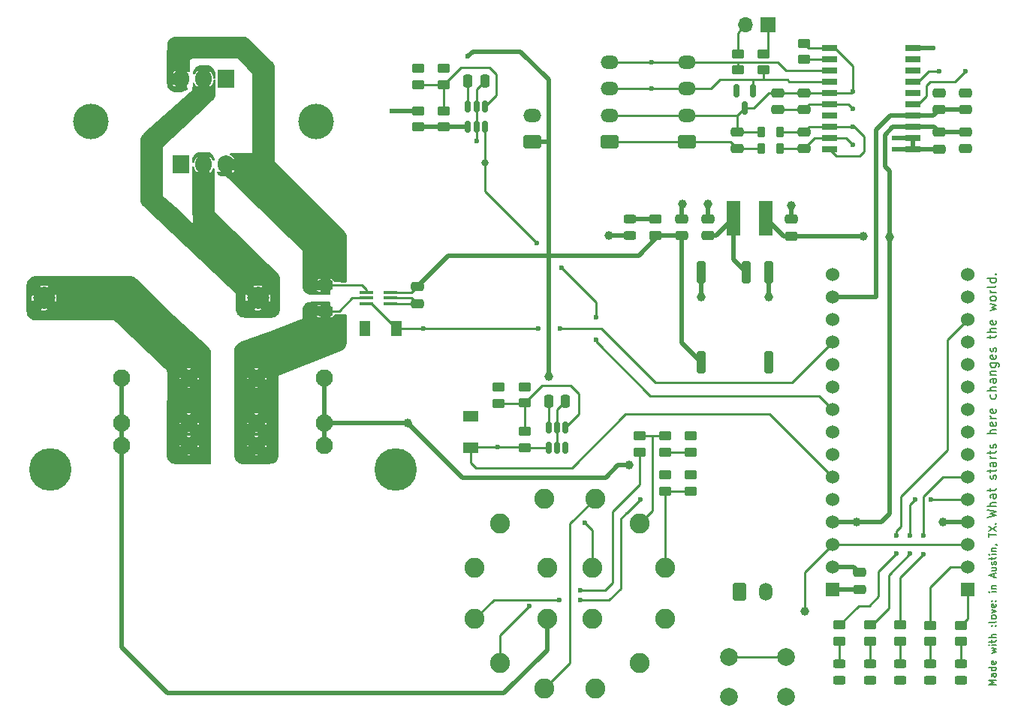
<source format=gbr>
%TF.GenerationSoftware,KiCad,Pcbnew,(6.0.1)*%
%TF.CreationDate,2022-07-17T13:54:31-07:00*%
%TF.ProjectId,IV Curve Tracer,49562043-7572-4766-9520-547261636572,1.3.0*%
%TF.SameCoordinates,PX1b50300PY6843e50*%
%TF.FileFunction,Copper,L1,Top*%
%TF.FilePolarity,Positive*%
%FSLAX46Y46*%
G04 Gerber Fmt 4.6, Leading zero omitted, Abs format (unit mm)*
G04 Created by KiCad (PCBNEW (6.0.1)) date 2022-07-17 13:54:31*
%MOMM*%
%LPD*%
G01*
G04 APERTURE LIST*
G04 Aperture macros list*
%AMRoundRect*
0 Rectangle with rounded corners*
0 $1 Rounding radius*
0 $2 $3 $4 $5 $6 $7 $8 $9 X,Y pos of 4 corners*
0 Add a 4 corners polygon primitive as box body*
4,1,4,$2,$3,$4,$5,$6,$7,$8,$9,$2,$3,0*
0 Add four circle primitives for the rounded corners*
1,1,$1+$1,$2,$3*
1,1,$1+$1,$4,$5*
1,1,$1+$1,$6,$7*
1,1,$1+$1,$8,$9*
0 Add four rect primitives between the rounded corners*
20,1,$1+$1,$2,$3,$4,$5,0*
20,1,$1+$1,$4,$5,$6,$7,0*
20,1,$1+$1,$6,$7,$8,$9,0*
20,1,$1+$1,$8,$9,$2,$3,0*%
G04 Aperture macros list end*
%ADD10C,0.150000*%
%TA.AperFunction,NonConductor*%
%ADD11C,0.150000*%
%TD*%
%TA.AperFunction,ComponentPad*%
%ADD12R,1.530000X1.530000*%
%TD*%
%TA.AperFunction,ComponentPad*%
%ADD13C,1.530000*%
%TD*%
%TA.AperFunction,SMDPad,CuDef*%
%ADD14RoundRect,0.250000X0.450000X-0.262500X0.450000X0.262500X-0.450000X0.262500X-0.450000X-0.262500X0*%
%TD*%
%TA.AperFunction,SMDPad,CuDef*%
%ADD15R,1.500000X4.000000*%
%TD*%
%TA.AperFunction,ComponentPad*%
%ADD16R,1.905000X2.000000*%
%TD*%
%TA.AperFunction,ComponentPad*%
%ADD17O,1.905000X2.000000*%
%TD*%
%TA.AperFunction,SMDPad,CuDef*%
%ADD18RoundRect,0.250000X-0.450000X0.262500X-0.450000X-0.262500X0.450000X-0.262500X0.450000X0.262500X0*%
%TD*%
%TA.AperFunction,SMDPad,CuDef*%
%ADD19RoundRect,0.218750X-0.218750X-0.381250X0.218750X-0.381250X0.218750X0.381250X-0.218750X0.381250X0*%
%TD*%
%TA.AperFunction,SMDPad,CuDef*%
%ADD20RoundRect,0.243750X0.456250X-0.243750X0.456250X0.243750X-0.456250X0.243750X-0.456250X-0.243750X0*%
%TD*%
%TA.AperFunction,ComponentPad*%
%ADD21RoundRect,0.250001X-0.499999X-0.759999X0.499999X-0.759999X0.499999X0.759999X-0.499999X0.759999X0*%
%TD*%
%TA.AperFunction,ComponentPad*%
%ADD22O,1.500000X2.020000*%
%TD*%
%TA.AperFunction,SMDPad,CuDef*%
%ADD23RoundRect,0.250000X0.475000X-0.250000X0.475000X0.250000X-0.475000X0.250000X-0.475000X-0.250000X0*%
%TD*%
%TA.AperFunction,SMDPad,CuDef*%
%ADD24RoundRect,0.250000X-0.475000X0.250000X-0.475000X-0.250000X0.475000X-0.250000X0.475000X0.250000X0*%
%TD*%
%TA.AperFunction,ComponentPad*%
%ADD25RoundRect,0.250001X0.759999X-0.499999X0.759999X0.499999X-0.759999X0.499999X-0.759999X-0.499999X0*%
%TD*%
%TA.AperFunction,ComponentPad*%
%ADD26O,2.020000X1.500000*%
%TD*%
%TA.AperFunction,ComponentPad*%
%ADD27R,1.700000X1.700000*%
%TD*%
%TA.AperFunction,ComponentPad*%
%ADD28O,1.700000X1.700000*%
%TD*%
%TA.AperFunction,SMDPad,CuDef*%
%ADD29R,1.300000X1.700000*%
%TD*%
%TA.AperFunction,SMDPad,CuDef*%
%ADD30RoundRect,0.150000X-0.150000X0.587500X-0.150000X-0.587500X0.150000X-0.587500X0.150000X0.587500X0*%
%TD*%
%TA.AperFunction,ComponentPad*%
%ADD31C,4.800000*%
%TD*%
%TA.AperFunction,ComponentPad*%
%ADD32C,1.950000*%
%TD*%
%TA.AperFunction,ComponentPad*%
%ADD33C,4.000000*%
%TD*%
%TA.AperFunction,SMDPad,CuDef*%
%ADD34R,1.800000X0.650000*%
%TD*%
%TA.AperFunction,SMDPad,CuDef*%
%ADD35RoundRect,0.150000X0.150000X-0.512500X0.150000X0.512500X-0.150000X0.512500X-0.150000X-0.512500X0*%
%TD*%
%TA.AperFunction,SMDPad,CuDef*%
%ADD36R,1.700000X1.300000*%
%TD*%
%TA.AperFunction,SMDPad,CuDef*%
%ADD37RoundRect,0.250000X0.250000X0.475000X-0.250000X0.475000X-0.250000X-0.475000X0.250000X-0.475000X0*%
%TD*%
%TA.AperFunction,SMDPad,CuDef*%
%ADD38R,1.500000X0.400000*%
%TD*%
%TA.AperFunction,ComponentPad*%
%ADD39C,2.500000*%
%TD*%
%TA.AperFunction,SMDPad,CuDef*%
%ADD40RoundRect,0.250000X0.625000X-0.312500X0.625000X0.312500X-0.625000X0.312500X-0.625000X-0.312500X0*%
%TD*%
%TA.AperFunction,ComponentPad*%
%ADD41C,2.250000*%
%TD*%
%TA.AperFunction,SMDPad,CuDef*%
%ADD42RoundRect,0.250000X-0.250000X-1.020000X0.250000X-1.020000X0.250000X1.020000X-0.250000X1.020000X0*%
%TD*%
%TA.AperFunction,ComponentPad*%
%ADD43C,2.000000*%
%TD*%
%TA.AperFunction,ViaPad*%
%ADD44C,0.600000*%
%TD*%
%TA.AperFunction,ViaPad*%
%ADD45C,1.000000*%
%TD*%
%TA.AperFunction,ViaPad*%
%ADD46C,0.800000*%
%TD*%
%TA.AperFunction,Conductor*%
%ADD47C,0.500000*%
%TD*%
%TA.AperFunction,Conductor*%
%ADD48C,0.250000*%
%TD*%
G04 APERTURE END LIST*
D10*
D11*
X142246893Y-103633368D02*
X141446893Y-103633368D01*
X142018322Y-103366701D01*
X141446893Y-103100034D01*
X142246893Y-103100034D01*
X142246893Y-102376225D02*
X141827846Y-102376225D01*
X141751655Y-102414320D01*
X141713560Y-102490511D01*
X141713560Y-102642892D01*
X141751655Y-102719082D01*
X142208798Y-102376225D02*
X142246893Y-102452415D01*
X142246893Y-102642892D01*
X142208798Y-102719082D01*
X142132608Y-102757177D01*
X142056417Y-102757177D01*
X141980227Y-102719082D01*
X141942131Y-102642892D01*
X141942131Y-102452415D01*
X141904036Y-102376225D01*
X142246893Y-101652415D02*
X141446893Y-101652415D01*
X142208798Y-101652415D02*
X142246893Y-101728606D01*
X142246893Y-101880987D01*
X142208798Y-101957177D01*
X142170703Y-101995273D01*
X142094512Y-102033368D01*
X141865941Y-102033368D01*
X141789750Y-101995273D01*
X141751655Y-101957177D01*
X141713560Y-101880987D01*
X141713560Y-101728606D01*
X141751655Y-101652415D01*
X142208798Y-100966701D02*
X142246893Y-101042892D01*
X142246893Y-101195273D01*
X142208798Y-101271463D01*
X142132608Y-101309558D01*
X141827846Y-101309558D01*
X141751655Y-101271463D01*
X141713560Y-101195273D01*
X141713560Y-101042892D01*
X141751655Y-100966701D01*
X141827846Y-100928606D01*
X141904036Y-100928606D01*
X141980227Y-101309558D01*
X141713560Y-100052415D02*
X142246893Y-99900034D01*
X141865941Y-99747654D01*
X142246893Y-99595273D01*
X141713560Y-99442892D01*
X142246893Y-99138130D02*
X141713560Y-99138130D01*
X141446893Y-99138130D02*
X141484989Y-99176225D01*
X141523084Y-99138130D01*
X141484989Y-99100034D01*
X141446893Y-99138130D01*
X141523084Y-99138130D01*
X141713560Y-98871463D02*
X141713560Y-98566701D01*
X141446893Y-98757177D02*
X142132608Y-98757177D01*
X142208798Y-98719082D01*
X142246893Y-98642892D01*
X142246893Y-98566701D01*
X142246893Y-98300034D02*
X141446893Y-98300034D01*
X142246893Y-97957177D02*
X141827846Y-97957177D01*
X141751655Y-97995273D01*
X141713560Y-98071463D01*
X141713560Y-98185749D01*
X141751655Y-98261939D01*
X141789750Y-98300034D01*
X142170703Y-96966701D02*
X142208798Y-96928606D01*
X142246893Y-96966701D01*
X142208798Y-97004796D01*
X142170703Y-96966701D01*
X142246893Y-96966701D01*
X141751655Y-96966701D02*
X141789750Y-96928606D01*
X141827846Y-96966701D01*
X141789750Y-97004796D01*
X141751655Y-96966701D01*
X141827846Y-96966701D01*
X142246893Y-96471463D02*
X142208798Y-96547654D01*
X142132608Y-96585749D01*
X141446893Y-96585749D01*
X142246893Y-96052415D02*
X142208798Y-96128606D01*
X142170703Y-96166701D01*
X142094512Y-96204796D01*
X141865941Y-96204796D01*
X141789750Y-96166701D01*
X141751655Y-96128606D01*
X141713560Y-96052415D01*
X141713560Y-95938130D01*
X141751655Y-95861939D01*
X141789750Y-95823844D01*
X141865941Y-95785749D01*
X142094512Y-95785749D01*
X142170703Y-95823844D01*
X142208798Y-95861939D01*
X142246893Y-95938130D01*
X142246893Y-96052415D01*
X141713560Y-95519082D02*
X142246893Y-95328606D01*
X141713560Y-95138130D01*
X142208798Y-94528606D02*
X142246893Y-94604796D01*
X142246893Y-94757177D01*
X142208798Y-94833368D01*
X142132608Y-94871463D01*
X141827846Y-94871463D01*
X141751655Y-94833368D01*
X141713560Y-94757177D01*
X141713560Y-94604796D01*
X141751655Y-94528606D01*
X141827846Y-94490511D01*
X141904036Y-94490511D01*
X141980227Y-94871463D01*
X142170703Y-94147654D02*
X142208798Y-94109558D01*
X142246893Y-94147654D01*
X142208798Y-94185749D01*
X142170703Y-94147654D01*
X142246893Y-94147654D01*
X141751655Y-94147654D02*
X141789750Y-94109558D01*
X141827846Y-94147654D01*
X141789750Y-94185749D01*
X141751655Y-94147654D01*
X141827846Y-94147654D01*
X142246893Y-93157177D02*
X141713560Y-93157177D01*
X141446893Y-93157177D02*
X141484989Y-93195273D01*
X141523084Y-93157177D01*
X141484989Y-93119082D01*
X141446893Y-93157177D01*
X141523084Y-93157177D01*
X141713560Y-92776225D02*
X142246893Y-92776225D01*
X141789750Y-92776225D02*
X141751655Y-92738130D01*
X141713560Y-92661939D01*
X141713560Y-92547654D01*
X141751655Y-92471463D01*
X141827846Y-92433368D01*
X142246893Y-92433368D01*
X142018322Y-91480987D02*
X142018322Y-91100034D01*
X142246893Y-91557177D02*
X141446893Y-91290511D01*
X142246893Y-91023844D01*
X141713560Y-90414320D02*
X142246893Y-90414320D01*
X141713560Y-90757177D02*
X142132608Y-90757177D01*
X142208798Y-90719082D01*
X142246893Y-90642892D01*
X142246893Y-90528606D01*
X142208798Y-90452415D01*
X142170703Y-90414320D01*
X142208798Y-90071463D02*
X142246893Y-89995273D01*
X142246893Y-89842892D01*
X142208798Y-89766701D01*
X142132608Y-89728606D01*
X142094512Y-89728606D01*
X142018322Y-89766701D01*
X141980227Y-89842892D01*
X141980227Y-89957177D01*
X141942131Y-90033368D01*
X141865941Y-90071463D01*
X141827846Y-90071463D01*
X141751655Y-90033368D01*
X141713560Y-89957177D01*
X141713560Y-89842892D01*
X141751655Y-89766701D01*
X141713560Y-89500034D02*
X141713560Y-89195273D01*
X141446893Y-89385749D02*
X142132608Y-89385749D01*
X142208798Y-89347654D01*
X142246893Y-89271463D01*
X142246893Y-89195273D01*
X142246893Y-88928606D02*
X141713560Y-88928606D01*
X141446893Y-88928606D02*
X141484989Y-88966701D01*
X141523084Y-88928606D01*
X141484989Y-88890511D01*
X141446893Y-88928606D01*
X141523084Y-88928606D01*
X141713560Y-88547654D02*
X142246893Y-88547654D01*
X141789750Y-88547654D02*
X141751655Y-88509558D01*
X141713560Y-88433368D01*
X141713560Y-88319082D01*
X141751655Y-88242892D01*
X141827846Y-88204796D01*
X142246893Y-88204796D01*
X142208798Y-87785749D02*
X142246893Y-87785749D01*
X142323084Y-87823844D01*
X142361179Y-87861939D01*
X141446893Y-86947654D02*
X141446893Y-86490511D01*
X142246893Y-86719082D02*
X141446893Y-86719082D01*
X141446893Y-86300034D02*
X142246893Y-85766701D01*
X141446893Y-85766701D02*
X142246893Y-86300034D01*
X142170703Y-85461939D02*
X142208798Y-85423844D01*
X142246893Y-85461939D01*
X142208798Y-85500034D01*
X142170703Y-85461939D01*
X142246893Y-85461939D01*
D10*
D11*
X141267369Y-84719558D02*
X142267369Y-84481463D01*
X141553084Y-84290987D01*
X142267369Y-84100511D01*
X141267369Y-83862415D01*
X142267369Y-83481463D02*
X141267369Y-83481463D01*
X142267369Y-83052892D02*
X141743560Y-83052892D01*
X141648322Y-83100511D01*
X141600703Y-83195749D01*
X141600703Y-83338606D01*
X141648322Y-83433844D01*
X141695941Y-83481463D01*
X142267369Y-82148130D02*
X141743560Y-82148130D01*
X141648322Y-82195749D01*
X141600703Y-82290987D01*
X141600703Y-82481463D01*
X141648322Y-82576701D01*
X142219750Y-82148130D02*
X142267369Y-82243368D01*
X142267369Y-82481463D01*
X142219750Y-82576701D01*
X142124512Y-82624320D01*
X142029274Y-82624320D01*
X141934036Y-82576701D01*
X141886417Y-82481463D01*
X141886417Y-82243368D01*
X141838798Y-82148130D01*
X141600703Y-81814796D02*
X141600703Y-81433844D01*
X141267369Y-81671939D02*
X142124512Y-81671939D01*
X142219750Y-81624320D01*
X142267369Y-81529082D01*
X142267369Y-81433844D01*
X142219750Y-80386225D02*
X142267369Y-80290987D01*
X142267369Y-80100511D01*
X142219750Y-80005273D01*
X142124512Y-79957654D01*
X142076893Y-79957654D01*
X141981655Y-80005273D01*
X141934036Y-80100511D01*
X141934036Y-80243368D01*
X141886417Y-80338606D01*
X141791179Y-80386225D01*
X141743560Y-80386225D01*
X141648322Y-80338606D01*
X141600703Y-80243368D01*
X141600703Y-80100511D01*
X141648322Y-80005273D01*
X141600703Y-79671939D02*
X141600703Y-79290987D01*
X141267369Y-79529082D02*
X142124512Y-79529082D01*
X142219750Y-79481463D01*
X142267369Y-79386225D01*
X142267369Y-79290987D01*
X142267369Y-78529082D02*
X141743560Y-78529082D01*
X141648322Y-78576701D01*
X141600703Y-78671939D01*
X141600703Y-78862415D01*
X141648322Y-78957654D01*
X142219750Y-78529082D02*
X142267369Y-78624320D01*
X142267369Y-78862415D01*
X142219750Y-78957654D01*
X142124512Y-79005273D01*
X142029274Y-79005273D01*
X141934036Y-78957654D01*
X141886417Y-78862415D01*
X141886417Y-78624320D01*
X141838798Y-78529082D01*
X142267369Y-78052892D02*
X141600703Y-78052892D01*
X141791179Y-78052892D02*
X141695941Y-78005273D01*
X141648322Y-77957654D01*
X141600703Y-77862415D01*
X141600703Y-77767177D01*
X141600703Y-77576701D02*
X141600703Y-77195749D01*
X141267369Y-77433844D02*
X142124512Y-77433844D01*
X142219750Y-77386225D01*
X142267369Y-77290987D01*
X142267369Y-77195749D01*
X142219750Y-76910034D02*
X142267369Y-76814796D01*
X142267369Y-76624320D01*
X142219750Y-76529082D01*
X142124512Y-76481463D01*
X142076893Y-76481463D01*
X141981655Y-76529082D01*
X141934036Y-76624320D01*
X141934036Y-76767177D01*
X141886417Y-76862415D01*
X141791179Y-76910034D01*
X141743560Y-76910034D01*
X141648322Y-76862415D01*
X141600703Y-76767177D01*
X141600703Y-76624320D01*
X141648322Y-76529082D01*
X142267369Y-75290987D02*
X141267369Y-75290987D01*
X142267369Y-74862415D02*
X141743560Y-74862415D01*
X141648322Y-74910034D01*
X141600703Y-75005273D01*
X141600703Y-75148130D01*
X141648322Y-75243368D01*
X141695941Y-75290987D01*
X142219750Y-74005273D02*
X142267369Y-74100511D01*
X142267369Y-74290987D01*
X142219750Y-74386225D01*
X142124512Y-74433844D01*
X141743560Y-74433844D01*
X141648322Y-74386225D01*
X141600703Y-74290987D01*
X141600703Y-74100511D01*
X141648322Y-74005273D01*
X141743560Y-73957654D01*
X141838798Y-73957654D01*
X141934036Y-74433844D01*
X142267369Y-73529082D02*
X141600703Y-73529082D01*
X141791179Y-73529082D02*
X141695941Y-73481463D01*
X141648322Y-73433844D01*
X141600703Y-73338606D01*
X141600703Y-73243368D01*
X142219750Y-72529082D02*
X142267369Y-72624320D01*
X142267369Y-72814796D01*
X142219750Y-72910034D01*
X142124512Y-72957654D01*
X141743560Y-72957654D01*
X141648322Y-72910034D01*
X141600703Y-72814796D01*
X141600703Y-72624320D01*
X141648322Y-72529082D01*
X141743560Y-72481463D01*
X141838798Y-72481463D01*
X141934036Y-72957654D01*
X142219750Y-70862415D02*
X142267369Y-70957654D01*
X142267369Y-71148130D01*
X142219750Y-71243368D01*
X142172131Y-71290987D01*
X142076893Y-71338606D01*
X141791179Y-71338606D01*
X141695941Y-71290987D01*
X141648322Y-71243368D01*
X141600703Y-71148130D01*
X141600703Y-70957654D01*
X141648322Y-70862415D01*
X142267369Y-70433844D02*
X141267369Y-70433844D01*
X142267369Y-70005273D02*
X141743560Y-70005273D01*
X141648322Y-70052892D01*
X141600703Y-70148130D01*
X141600703Y-70290987D01*
X141648322Y-70386225D01*
X141695941Y-70433844D01*
X142267369Y-69100511D02*
X141743560Y-69100511D01*
X141648322Y-69148130D01*
X141600703Y-69243368D01*
X141600703Y-69433844D01*
X141648322Y-69529082D01*
X142219750Y-69100511D02*
X142267369Y-69195749D01*
X142267369Y-69433844D01*
X142219750Y-69529082D01*
X142124512Y-69576701D01*
X142029274Y-69576701D01*
X141934036Y-69529082D01*
X141886417Y-69433844D01*
X141886417Y-69195749D01*
X141838798Y-69100511D01*
X141600703Y-68624320D02*
X142267369Y-68624320D01*
X141695941Y-68624320D02*
X141648322Y-68576701D01*
X141600703Y-68481463D01*
X141600703Y-68338606D01*
X141648322Y-68243368D01*
X141743560Y-68195749D01*
X142267369Y-68195749D01*
X141600703Y-67290987D02*
X142410227Y-67290987D01*
X142505465Y-67338606D01*
X142553084Y-67386225D01*
X142600703Y-67481463D01*
X142600703Y-67624320D01*
X142553084Y-67719558D01*
X142219750Y-67290987D02*
X142267369Y-67386225D01*
X142267369Y-67576701D01*
X142219750Y-67671939D01*
X142172131Y-67719558D01*
X142076893Y-67767177D01*
X141791179Y-67767177D01*
X141695941Y-67719558D01*
X141648322Y-67671939D01*
X141600703Y-67576701D01*
X141600703Y-67386225D01*
X141648322Y-67290987D01*
X142219750Y-66433844D02*
X142267369Y-66529082D01*
X142267369Y-66719558D01*
X142219750Y-66814796D01*
X142124512Y-66862415D01*
X141743560Y-66862415D01*
X141648322Y-66814796D01*
X141600703Y-66719558D01*
X141600703Y-66529082D01*
X141648322Y-66433844D01*
X141743560Y-66386225D01*
X141838798Y-66386225D01*
X141934036Y-66862415D01*
X142219750Y-66005273D02*
X142267369Y-65910034D01*
X142267369Y-65719558D01*
X142219750Y-65624320D01*
X142124512Y-65576701D01*
X142076893Y-65576701D01*
X141981655Y-65624320D01*
X141934036Y-65719558D01*
X141934036Y-65862415D01*
X141886417Y-65957654D01*
X141791179Y-66005273D01*
X141743560Y-66005273D01*
X141648322Y-65957654D01*
X141600703Y-65862415D01*
X141600703Y-65719558D01*
X141648322Y-65624320D01*
X141600703Y-64529082D02*
X141600703Y-64148130D01*
X141267369Y-64386225D02*
X142124512Y-64386225D01*
X142219750Y-64338606D01*
X142267369Y-64243368D01*
X142267369Y-64148130D01*
X142267369Y-63814796D02*
X141267369Y-63814796D01*
X142267369Y-63386225D02*
X141743560Y-63386225D01*
X141648322Y-63433844D01*
X141600703Y-63529082D01*
X141600703Y-63671939D01*
X141648322Y-63767177D01*
X141695941Y-63814796D01*
X142219750Y-62529082D02*
X142267369Y-62624320D01*
X142267369Y-62814796D01*
X142219750Y-62910034D01*
X142124512Y-62957654D01*
X141743560Y-62957654D01*
X141648322Y-62910034D01*
X141600703Y-62814796D01*
X141600703Y-62624320D01*
X141648322Y-62529082D01*
X141743560Y-62481463D01*
X141838798Y-62481463D01*
X141934036Y-62957654D01*
X141600703Y-61386225D02*
X142267369Y-61195749D01*
X141791179Y-61005273D01*
X142267369Y-60814796D01*
X141600703Y-60624320D01*
X142267369Y-60100511D02*
X142219750Y-60195749D01*
X142172131Y-60243368D01*
X142076893Y-60290987D01*
X141791179Y-60290987D01*
X141695941Y-60243368D01*
X141648322Y-60195749D01*
X141600703Y-60100511D01*
X141600703Y-59957654D01*
X141648322Y-59862415D01*
X141695941Y-59814796D01*
X141791179Y-59767177D01*
X142076893Y-59767177D01*
X142172131Y-59814796D01*
X142219750Y-59862415D01*
X142267369Y-59957654D01*
X142267369Y-60100511D01*
X142267369Y-59338606D02*
X141600703Y-59338606D01*
X141791179Y-59338606D02*
X141695941Y-59290987D01*
X141648322Y-59243368D01*
X141600703Y-59148130D01*
X141600703Y-59052892D01*
X142267369Y-58576701D02*
X142219750Y-58671939D01*
X142124512Y-58719558D01*
X141267369Y-58719558D01*
X142267369Y-57767177D02*
X141267369Y-57767177D01*
X142219750Y-57767177D02*
X142267369Y-57862415D01*
X142267369Y-58052892D01*
X142219750Y-58148130D01*
X142172131Y-58195749D01*
X142076893Y-58243368D01*
X141791179Y-58243368D01*
X141695941Y-58195749D01*
X141648322Y-58148130D01*
X141600703Y-58052892D01*
X141600703Y-57862415D01*
X141648322Y-57767177D01*
X142172131Y-57290987D02*
X142219750Y-57243368D01*
X142267369Y-57290987D01*
X142219750Y-57338606D01*
X142172131Y-57290987D01*
X142267369Y-57290987D01*
D12*
%TO.P,U101,1,D1*%
%TO.N,/HEARTBEAT*%
X139024989Y-92872654D03*
D13*
%TO.P,U101,2,D0*%
%TO.N,/SCANNING*%
X139024989Y-90332654D03*
%TO.P,U101,3,RST*%
%TO.N,/RESET*%
X139024989Y-87792654D03*
%TO.P,U101,4,GND*%
%TO.N,GND*%
X139024989Y-85252654D03*
%TO.P,U101,5,D2*%
%TO.N,/CAN_TX*%
X139024989Y-82712654D03*
%TO.P,U101,6,D3*%
%TO.N,/ERROR*%
X139024989Y-80172654D03*
%TO.P,U101,7,D4*%
%TO.N,unconnected-(U101-Pad7)*%
X139024989Y-77632654D03*
%TO.P,U101,8,D5*%
%TO.N,unconnected-(U101-Pad8)*%
X139024989Y-75092654D03*
%TO.P,U101,9,D6*%
%TO.N,unconnected-(U101-Pad9)*%
X139024989Y-72552654D03*
%TO.P,U101,10,D7*%
%TO.N,unconnected-(U101-Pad10)*%
X139024989Y-70012654D03*
%TO.P,U101,11,D8*%
%TO.N,unconnected-(U101-Pad11)*%
X139024989Y-67472654D03*
%TO.P,U101,12,D9*%
%TO.N,unconnected-(U101-Pad12)*%
X139024989Y-64932654D03*
%TO.P,U101,13,D10*%
%TO.N,/CAN_RX*%
X139024989Y-62392654D03*
%TO.P,U101,14,D11*%
%TO.N,unconnected-(U101-Pad14)*%
X139024989Y-59852654D03*
%TO.P,U101,15,D12*%
%TO.N,unconnected-(U101-Pad15)*%
X139024989Y-57312654D03*
%TO.P,U101,16,D13*%
%TO.N,unconnected-(U101-Pad16)*%
X123784989Y-57312654D03*
%TO.P,U101,17,+3V3*%
%TO.N,+3V3*%
X123784989Y-59852654D03*
%TO.P,U101,18,AREF*%
%TO.N,unconnected-(U101-Pad18)*%
X123784989Y-62392654D03*
%TO.P,U101,19,A0*%
%TO.N,/ARRAY_CURRENT*%
X123784989Y-64932654D03*
%TO.P,U101,20,A1*%
%TO.N,unconnected-(U101-Pad20)*%
X123784989Y-67472654D03*
%TO.P,U101,21,A2*%
%TO.N,unconnected-(U101-Pad21)*%
X123784989Y-70012654D03*
%TO.P,U101,22,A3*%
%TO.N,/DAC_CONTROL*%
X123784989Y-72552654D03*
%TO.P,U101,23,A4*%
%TO.N,unconnected-(U101-Pad23)*%
X123784989Y-75092654D03*
%TO.P,U101,24,A5*%
%TO.N,unconnected-(U101-Pad24)*%
X123784989Y-77632654D03*
%TO.P,U101,25,A6*%
%TO.N,/ARRAY_VOLTAGE*%
X123784989Y-80172654D03*
%TO.P,U101,26,A7*%
%TO.N,unconnected-(U101-Pad26)*%
X123784989Y-82712654D03*
%TO.P,U101,27,+5V*%
%TO.N,+5V*%
X123784989Y-85252654D03*
%TO.P,U101,28,RST*%
%TO.N,/RESET*%
X123784989Y-87792654D03*
%TO.P,U101,29,GND*%
%TO.N,GND*%
X123784989Y-90332654D03*
D12*
%TO.P,U101,30,VIN*%
%TO.N,+9V*%
X123784989Y-92872654D03*
%TD*%
D14*
%TO.P,R303,1*%
%TO.N,Net-(R302-Pad2)*%
X107821789Y-77365854D03*
%TO.P,R303,2*%
%TO.N,GND*%
X107821789Y-75540854D03*
%TD*%
D15*
%TO.P,L201,1*%
%TO.N,+5V*%
X116249989Y-50952654D03*
%TO.P,L201,2*%
%TO.N,Net-(C202-Pad1)*%
X112649989Y-50952654D03*
%TD*%
D16*
%TO.P,Q301,1,G*%
%TO.N,/pv_controller/GATE*%
X55414989Y-35228880D03*
D17*
%TO.P,Q301,2,D*%
%TO.N,Net-(F301-Pad1)*%
X52874989Y-35228880D03*
%TO.P,Q301,3,S*%
%TO.N,/pv_controller/CURRENT_SENSE+*%
X50334989Y-35228880D03*
%TD*%
D18*
%TO.P,R503,1*%
%TO.N,Net-(JP501-Pad2)*%
X113137489Y-32392654D03*
%TO.P,R503,2*%
%TO.N,Net-(J501-Pad4)*%
X113137489Y-34217654D03*
%TD*%
D14*
%TO.P,R502,1*%
%TO.N,Net-(J501-Pad3)*%
X116037489Y-34222654D03*
%TO.P,R502,2*%
%TO.N,Net-(JP501-Pad1)*%
X116037489Y-32397654D03*
%TD*%
D19*
%TO.P,L501,1*%
%TO.N,Net-(C506-Pad1)*%
X115772489Y-43127654D03*
%TO.P,L501,2*%
%TO.N,Net-(C505-Pad1)*%
X117897489Y-43127654D03*
%TD*%
%TO.P,L502,1*%
%TO.N,Net-(C506-Pad2)*%
X115757489Y-41217654D03*
%TO.P,L502,2*%
%TO.N,Net-(C505-Pad2)*%
X117882489Y-41217654D03*
%TD*%
D14*
%TO.P,R501,1*%
%TO.N,Net-(R501-Pad1)*%
X120592489Y-33020154D03*
%TO.P,R501,2*%
%TO.N,Net-(C506-Pad2)*%
X120592489Y-31195154D03*
%TD*%
D20*
%TO.P,LED601,1,K*%
%TO.N,GND*%
X138289989Y-103120154D03*
%TO.P,LED601,2,A*%
%TO.N,Net-(LED601-Pad2)*%
X138289989Y-101245154D03*
%TD*%
D21*
%TO.P,J101,1,Pin_1*%
%TO.N,GND*%
X113269989Y-93162654D03*
D22*
%TO.P,J101,2,Pin_2*%
%TO.N,+9V*%
X116269989Y-93162654D03*
%TD*%
D23*
%TO.P,C504,1*%
%TO.N,+3V3*%
X135817489Y-38707654D03*
%TO.P,C504,2*%
%TO.N,GND*%
X135817489Y-36807654D03*
%TD*%
D24*
%TO.P,C501,1*%
%TO.N,+5V*%
X138797489Y-41227654D03*
%TO.P,C501,2*%
%TO.N,GND*%
X138797489Y-43127654D03*
%TD*%
D25*
%TO.P,J502,1,5V*%
%TO.N,Net-(C506-Pad1)*%
X98637489Y-42327654D03*
D26*
%TO.P,J502,2,GND*%
%TO.N,Net-(C506-Pad2)*%
X98637489Y-39327654D03*
%TO.P,J502,3,CAN_H*%
%TO.N,Net-(J501-Pad3)*%
X98637489Y-36327654D03*
%TO.P,J502,4,CAN_L*%
%TO.N,Net-(J501-Pad4)*%
X98637489Y-33327654D03*
%TD*%
D14*
%TO.P,R306,1*%
%TO.N,Net-(R306-Pad1)*%
X79934989Y-35850154D03*
%TO.P,R306,2*%
%TO.N,GND*%
X79934989Y-34025154D03*
%TD*%
D27*
%TO.P,JP501,1,A*%
%TO.N,Net-(JP501-Pad1)*%
X116557489Y-29132654D03*
D28*
%TO.P,JP501,2,B*%
%TO.N,Net-(JP501-Pad2)*%
X114017489Y-29132654D03*
%TD*%
D23*
%TO.P,C508,1*%
%TO.N,Net-(C506-Pad1)*%
X120587489Y-38712654D03*
%TO.P,C508,2*%
%TO.N,Net-(C506-Pad2)*%
X120587489Y-36812654D03*
%TD*%
D17*
%TO.P,Q302,3,S*%
%TO.N,/pv_controller/CURRENT_SENSE+*%
X55419989Y-44888880D03*
%TO.P,Q302,2,D*%
%TO.N,Net-(F301-Pad1)*%
X52879989Y-44888880D03*
D16*
%TO.P,Q302,1,G*%
%TO.N,/pv_controller/GATE*%
X50339989Y-44888880D03*
%TD*%
D23*
%TO.P,C502,1*%
%TO.N,GND*%
X135827489Y-43132654D03*
%TO.P,C502,2*%
%TO.N,+5V*%
X135827489Y-41232654D03*
%TD*%
D14*
%TO.P,R201,1*%
%TO.N,+9VA*%
X103839989Y-52907654D03*
%TO.P,R201,2*%
%TO.N,Net-(LED201-Pad2)*%
X103839989Y-51082654D03*
%TD*%
D29*
%TO.P,D401,1,K*%
%TO.N,/ARRAY_CURRENT*%
X74584989Y-63402654D03*
%TO.P,D401,2,A*%
%TO.N,GND*%
X71084989Y-63402654D03*
%TD*%
D23*
%TO.P,C506,1*%
%TO.N,Net-(C506-Pad1)*%
X113087489Y-43117654D03*
%TO.P,C506,2*%
%TO.N,Net-(C506-Pad2)*%
X113087489Y-41217654D03*
%TD*%
D14*
%TO.P,R404,1*%
%TO.N,Net-(R402-Pad1)*%
X89052489Y-71828744D03*
%TO.P,R404,2*%
%TO.N,GND*%
X89052489Y-70003744D03*
%TD*%
D23*
%TO.P,C203,1*%
%TO.N,+9VA*%
X106799989Y-52907654D03*
%TO.P,C203,2*%
%TO.N,GND*%
X106799989Y-51007654D03*
%TD*%
D14*
%TO.P,R308,1*%
%TO.N,Net-(R306-Pad1)*%
X77049989Y-35865154D03*
%TO.P,R308,2*%
%TO.N,GND*%
X77049989Y-34040154D03*
%TD*%
D30*
%TO.P,U502,1,CAN_H*%
%TO.N,Net-(J501-Pad3)*%
X114842489Y-36605154D03*
%TO.P,U502,2,CAN_L*%
%TO.N,Net-(J501-Pad4)*%
X112942489Y-36605154D03*
%TO.P,U502,3,GND*%
%TO.N,Net-(C506-Pad2)*%
X113892489Y-38480154D03*
%TD*%
D31*
%TO.P,J301,*%
%TO.N,*%
X35559989Y-79343880D03*
X74539989Y-79343880D03*
D32*
%TO.P,J301,1,1*%
%TO.N,Net-(J301-Pad1)*%
X43619989Y-76623880D03*
%TO.P,J301,2,2*%
X43619989Y-74083880D03*
%TO.P,J301,3,3*%
X43619989Y-69003880D03*
%TO.P,J301,4,4*%
%TO.N,Net-(F301-Pad2)*%
X51239989Y-76623880D03*
%TO.P,J301,5,5*%
X51239989Y-74083880D03*
%TO.P,J301,6,6*%
X51239989Y-69003880D03*
%TO.P,J301,7,7*%
%TO.N,/pv_controller/CURRENT_SENSE-*%
X58859989Y-76623880D03*
%TO.P,J301,8,8*%
X58859989Y-74083880D03*
%TO.P,J301,9,9*%
X58859989Y-69003880D03*
%TO.P,J301,10,10*%
%TO.N,GND*%
X66479989Y-76623880D03*
%TO.P,J301,11,11*%
X66479989Y-74083880D03*
%TO.P,J301,12,12*%
X66479989Y-69003880D03*
%TD*%
D14*
%TO.P,R602,1*%
%TO.N,Net-(LED602-Pad2)*%
X134824989Y-98725154D03*
%TO.P,R602,2*%
%TO.N,/SCANNING*%
X134824989Y-96900154D03*
%TD*%
%TO.P,R605,1*%
%TO.N,Net-(LED605-Pad2)*%
X131419989Y-98715154D03*
%TO.P,R605,2*%
%TO.N,/ERROR*%
X131419989Y-96890154D03*
%TD*%
D25*
%TO.P,J501,1,5V*%
%TO.N,Net-(C506-Pad1)*%
X107402489Y-42337654D03*
D26*
%TO.P,J501,2,GND*%
%TO.N,Net-(C506-Pad2)*%
X107402489Y-39337654D03*
%TO.P,J501,3,CAN_H*%
%TO.N,Net-(J501-Pad3)*%
X107402489Y-36337654D03*
%TO.P,J501,4,CAN_L*%
%TO.N,Net-(J501-Pad4)*%
X107402489Y-33337654D03*
%TD*%
D33*
%TO.P,HS301,1*%
%TO.N,N/C*%
X65579989Y-40078880D03*
X40179989Y-40078880D03*
%TD*%
D23*
%TO.P,C505,1*%
%TO.N,Net-(C505-Pad1)*%
X120587489Y-43117654D03*
%TO.P,C505,2*%
%TO.N,Net-(C505-Pad2)*%
X120587489Y-41217654D03*
%TD*%
D24*
%TO.P,C507,1*%
%TO.N,Net-(C506-Pad2)*%
X117627489Y-36807654D03*
%TO.P,C507,2*%
%TO.N,Net-(C506-Pad1)*%
X117627489Y-38707654D03*
%TD*%
D34*
%TO.P,U501,1,GND_In*%
%TO.N,GND*%
X132902489Y-43167654D03*
%TO.P,U501,2,GND_In*%
X132902489Y-41897654D03*
%TO.P,U501,3,V_In*%
%TO.N,+5V*%
X132902489Y-40627654D03*
%TO.P,U501,4,V_IO*%
%TO.N,+3V3*%
X132902489Y-39357654D03*
%TO.P,U501,5,RX*%
%TO.N,/CAN_RX*%
X132902489Y-38087654D03*
%TO.P,U501,6,SILENT*%
%TO.N,unconnected-(U501-Pad6)*%
X132902489Y-36817654D03*
%TO.P,U501,7,TX*%
%TO.N,/CAN_TX*%
X132902489Y-35547654D03*
%TO.P,U501,8,STDBY*%
%TO.N,unconnected-(U501-Pad8)*%
X132902489Y-34277654D03*
%TO.P,U501,9,AUX_In*%
%TO.N,unconnected-(U501-Pad9)*%
X132902489Y-33007654D03*
%TO.P,U501,10,GND_In*%
%TO.N,GND*%
X132902489Y-31737654D03*
%TO.P,U501,11,GND_ISO_In*%
%TO.N,Net-(C506-Pad2)*%
X123452489Y-31737654D03*
%TO.P,U501,12,RS*%
%TO.N,Net-(R501-Pad1)*%
X123452489Y-33007654D03*
%TO.P,U501,13,CAN_L*%
%TO.N,Net-(J501-Pad4)*%
X123452489Y-34277654D03*
%TO.P,U501,14,CAN_H*%
%TO.N,Net-(J501-Pad3)*%
X123452489Y-35547654D03*
%TO.P,U501,15,GND_ISO_In*%
%TO.N,Net-(C506-Pad2)*%
X123452489Y-36817654D03*
%TO.P,U501,16,V_ISO_In*%
%TO.N,Net-(C506-Pad1)*%
X123452489Y-38087654D03*
%TO.P,U501,17,AUX_Out*%
%TO.N,unconnected-(U501-Pad17)*%
X123452489Y-39357654D03*
%TO.P,U501,18,GND_ISO_Out*%
%TO.N,Net-(C505-Pad2)*%
X123452489Y-40627654D03*
%TO.P,U501,19,V_ISO_Out*%
%TO.N,Net-(C505-Pad1)*%
X123452489Y-41897654D03*
%TO.P,U501,20,GND_ISO_Out*%
%TO.N,Net-(C505-Pad2)*%
X123452489Y-43167654D03*
%TD*%
D20*
%TO.P,LED603,1,K*%
%TO.N,GND*%
X124609989Y-103097654D03*
%TO.P,LED603,2,A*%
%TO.N,Net-(LED603-Pad2)*%
X124609989Y-101222654D03*
%TD*%
D35*
%TO.P,U402,1*%
%TO.N,/ARRAY_VOLTAGE*%
X91787489Y-76833744D03*
%TO.P,U402,2,V-*%
%TO.N,GND*%
X92737489Y-76833744D03*
%TO.P,U402,3,+*%
%TO.N,/pv_controller/VOLTAGE_SENSE*%
X93687489Y-76833744D03*
%TO.P,U402,4,-*%
%TO.N,Net-(R402-Pad1)*%
X93687489Y-74558744D03*
%TO.P,U402,5,~{SHDN}*%
%TO.N,GND*%
X92737489Y-74558744D03*
%TO.P,U402,6,V+*%
%TO.N,+9VA*%
X91787489Y-74558744D03*
%TD*%
D18*
%TO.P,R302,1*%
%TO.N,Net-(R301-Pad2)*%
X104931789Y-75540854D03*
%TO.P,R302,2*%
%TO.N,Net-(R302-Pad2)*%
X104931789Y-77365854D03*
%TD*%
D23*
%TO.P,C202,1*%
%TO.N,Net-(C202-Pad1)*%
X109739989Y-52927654D03*
%TO.P,C202,2*%
%TO.N,GND*%
X109739989Y-51027654D03*
%TD*%
D20*
%TO.P,LED602,1,K*%
%TO.N,GND*%
X134834989Y-103120154D03*
%TO.P,LED602,2,A*%
%TO.N,Net-(LED602-Pad2)*%
X134834989Y-101245154D03*
%TD*%
D36*
%TO.P,D402,1,K*%
%TO.N,/ARRAY_VOLTAGE*%
X82982489Y-76828744D03*
%TO.P,D402,2,A*%
%TO.N,GND*%
X82982489Y-73328744D03*
%TD*%
D24*
%TO.P,C503,1*%
%TO.N,GND*%
X138822489Y-36802654D03*
%TO.P,C503,2*%
%TO.N,+3V3*%
X138822489Y-38702654D03*
%TD*%
D14*
%TO.P,R402,1*%
%TO.N,Net-(R402-Pad1)*%
X86094989Y-71856244D03*
%TO.P,R402,2*%
%TO.N,GND*%
X86094989Y-70031244D03*
%TD*%
D37*
%TO.P,C301,1*%
%TO.N,GND*%
X84589989Y-35475154D03*
%TO.P,C301,2*%
%TO.N,+9VA*%
X82689989Y-35475154D03*
%TD*%
D38*
%TO.P,U401,1,REF*%
%TO.N,GND*%
X73929989Y-60612654D03*
%TO.P,U401,2,V-*%
X73929989Y-59962654D03*
%TO.P,U401,3,V+*%
%TO.N,+9VA*%
X73929989Y-59312654D03*
%TO.P,U401,4,+*%
%TO.N,/pv_controller/CURRENT_SENSE+*%
X71269989Y-59312654D03*
%TO.P,U401,5,-*%
%TO.N,/pv_controller/CURRENT_SENSE-*%
X71269989Y-59962654D03*
%TO.P,U401,6*%
%TO.N,/ARRAY_CURRENT*%
X71269989Y-60612654D03*
%TD*%
D14*
%TO.P,R604,1*%
%TO.N,Net-(LED604-Pad2)*%
X128004989Y-98702654D03*
%TO.P,R604,2*%
%TO.N,/CAN_TX*%
X128004989Y-96877654D03*
%TD*%
%TO.P,R301,1*%
%TO.N,Net-(R301-Pad1)*%
X102031789Y-77365854D03*
%TO.P,R301,2*%
%TO.N,Net-(R301-Pad2)*%
X102031789Y-75540854D03*
%TD*%
D35*
%TO.P,U301,1*%
%TO.N,Net-(R307-Pad1)*%
X82689989Y-40637654D03*
%TO.P,U301,2,V-*%
%TO.N,GND*%
X83639989Y-40637654D03*
%TO.P,U301,3,+*%
%TO.N,/DAC_CONTROL*%
X84589989Y-40637654D03*
%TO.P,U301,4,-*%
%TO.N,Net-(R306-Pad1)*%
X84589989Y-38362654D03*
%TO.P,U301,5,~{SHDN}*%
%TO.N,GND*%
X83639989Y-38362654D03*
%TO.P,U301,6,V+*%
%TO.N,+9VA*%
X82689989Y-38362654D03*
%TD*%
D14*
%TO.P,R309,1*%
%TO.N,Net-(R307-Pad1)*%
X77079989Y-40655154D03*
%TO.P,R309,2*%
%TO.N,/pv_controller/GATE*%
X77079989Y-38830154D03*
%TD*%
D39*
%TO.P,F301,1*%
%TO.N,Net-(F301-Pad1)*%
X58994989Y-59948880D03*
%TO.P,F301,2*%
%TO.N,Net-(F301-Pad2)*%
X34894989Y-59948880D03*
%TD*%
D40*
%TO.P,R401,1*%
%TO.N,/pv_controller/CURRENT_SENSE-*%
X66584989Y-61446380D03*
%TO.P,R401,2*%
%TO.N,/pv_controller/CURRENT_SENSE+*%
X66584989Y-58521380D03*
%TD*%
D20*
%TO.P,LED605,1,K*%
%TO.N,GND*%
X131429989Y-103110154D03*
%TO.P,LED605,2,A*%
%TO.N,Net-(LED605-Pad2)*%
X131429989Y-101235154D03*
%TD*%
D14*
%TO.P,R603,1*%
%TO.N,Net-(LED603-Pad2)*%
X124594989Y-98702654D03*
%TO.P,R603,2*%
%TO.N,/CAN_RX*%
X124594989Y-96877654D03*
%TD*%
D37*
%TO.P,C402,1*%
%TO.N,GND*%
X93677489Y-71648744D03*
%TO.P,C402,2*%
%TO.N,+9VA*%
X91777489Y-71648744D03*
%TD*%
D20*
%TO.P,LED201,1,K*%
%TO.N,GND*%
X100929989Y-52947654D03*
%TO.P,LED201,2,A*%
%TO.N,Net-(LED201-Pad2)*%
X100929989Y-51072654D03*
%TD*%
D14*
%TO.P,R307,1*%
%TO.N,Net-(R307-Pad1)*%
X79954989Y-40660154D03*
%TO.P,R307,2*%
%TO.N,Net-(R306-Pad1)*%
X79954989Y-38835154D03*
%TD*%
D18*
%TO.P,R304,1*%
%TO.N,Net-(R304-Pad1)*%
X104916789Y-79913354D03*
%TO.P,R304,2*%
%TO.N,Net-(R304-Pad2)*%
X104916789Y-81738354D03*
%TD*%
D14*
%TO.P,R403,1*%
%TO.N,/ARRAY_VOLTAGE*%
X89084989Y-76831244D03*
%TO.P,R403,2*%
%TO.N,Net-(R402-Pad1)*%
X89084989Y-75006244D03*
%TD*%
D26*
%TO.P,J201,2,Pin_2*%
%TO.N,GND*%
X89905000Y-39355000D03*
D25*
%TO.P,J201,1,Pin_1*%
%TO.N,+9VA*%
X89905000Y-42355000D03*
%TD*%
D23*
%TO.P,C101,1*%
%TO.N,+9V*%
X126814989Y-92847654D03*
%TO.P,C101,2*%
%TO.N,GND*%
X126814989Y-90947654D03*
%TD*%
%TO.P,C201,2*%
%TO.N,GND*%
X119189989Y-51067654D03*
%TO.P,C201,1*%
%TO.N,+5V*%
X119189989Y-52967654D03*
%TD*%
D41*
%TO.P,SW301,1,1*%
%TO.N,Net-(SW301-Pad1)*%
X91293899Y-104032654D03*
%TO.P,SW301,2,2*%
%TO.N,Net-(R301-Pad1)*%
X86317899Y-101159744D03*
%TO.P,SW301,3,3*%
%TO.N,Net-(R304-Pad1)*%
X83444989Y-96183744D03*
%TO.P,SW301,4*%
%TO.N,N/C*%
X83444989Y-90437964D03*
%TO.P,SW301,5*%
X86317899Y-85461964D03*
%TO.P,SW301,6*%
X91293899Y-82589054D03*
%TO.P,SW301,7,7*%
%TO.N,Net-(SW301-Pad1)*%
X97039679Y-82589054D03*
%TO.P,SW301,8,8*%
%TO.N,Net-(R301-Pad2)*%
X102015679Y-85461964D03*
%TO.P,SW301,9,9*%
%TO.N,Net-(R304-Pad2)*%
X104888589Y-90437964D03*
%TO.P,SW301,10*%
%TO.N,N/C*%
X104888589Y-96183744D03*
%TO.P,SW301,11*%
X102015679Y-101159744D03*
%TO.P,SW301,12*%
X97039679Y-104032654D03*
%TO.P,SW301,13,A*%
%TO.N,Net-(J301-Pad1)*%
X91603789Y-96183744D03*
%TO.P,SW301,14*%
%TO.N,N/C*%
X91603779Y-90437964D03*
%TO.P,SW301,15,C*%
%TO.N,/pv_controller/VOLTAGE_SENSE*%
X96729799Y-90437964D03*
%TO.P,SW301,16*%
%TO.N,N/C*%
X96729799Y-96183744D03*
%TD*%
D14*
%TO.P,R601,1*%
%TO.N,Net-(LED601-Pad2)*%
X138279989Y-98725154D03*
%TO.P,R601,2*%
%TO.N,/HEARTBEAT*%
X138279989Y-96900154D03*
%TD*%
D42*
%TO.P,U201,1,GNDin*%
%TO.N,GND*%
X116604989Y-57027654D03*
%TO.P,U201,2,Vin*%
%TO.N,Net-(C202-Pad1)*%
X114064989Y-57027654D03*
%TO.P,U201,4,GNDout*%
%TO.N,GND*%
X108984989Y-57027654D03*
%TO.P,U201,5,Vout*%
%TO.N,+9VA*%
X108984989Y-67187654D03*
%TO.P,U201,8,NC*%
%TO.N,unconnected-(U201-Pad8)*%
X116604989Y-67187654D03*
%TD*%
D14*
%TO.P,R305,1*%
%TO.N,Net-(R304-Pad2)*%
X107836789Y-81738354D03*
%TO.P,R305,2*%
%TO.N,GND*%
X107836789Y-79913354D03*
%TD*%
D43*
%TO.P,SW101,1,1*%
%TO.N,GND*%
X112084989Y-104997654D03*
X118584989Y-104997654D03*
%TO.P,SW101,2,2*%
%TO.N,/RESET*%
X118584989Y-100497654D03*
X112084989Y-100497654D03*
%TD*%
D20*
%TO.P,LED604,1,K*%
%TO.N,GND*%
X128014989Y-103097654D03*
%TO.P,LED604,2,A*%
%TO.N,Net-(LED604-Pad2)*%
X128014989Y-101222654D03*
%TD*%
D23*
%TO.P,C401,1*%
%TO.N,GND*%
X76964989Y-60597654D03*
%TO.P,C401,2*%
%TO.N,+9VA*%
X76964989Y-58697654D03*
%TD*%
D44*
%TO.N,+9VA*%
X82689989Y-35475154D03*
X82690000Y-32700000D03*
D45*
%TO.N,GND*%
X109010000Y-59870000D03*
D44*
X134834989Y-103120154D03*
X124624989Y-103102654D03*
D45*
X109729989Y-49312654D03*
D44*
X83634989Y-42217654D03*
D45*
X116599989Y-59862654D03*
D44*
X77059989Y-34045154D03*
X138822489Y-36812654D03*
D45*
X126814989Y-90947654D03*
X75866215Y-74083880D03*
X136279989Y-85252654D03*
X107859989Y-79897654D03*
D44*
X86097489Y-70038744D03*
D45*
X71049989Y-63388880D03*
X82962489Y-73348744D03*
D44*
X79959989Y-34030154D03*
D45*
X100854989Y-78857654D03*
D44*
X138289989Y-103120154D03*
D45*
X119179989Y-49492654D03*
D44*
X84589989Y-35475154D03*
X135127489Y-31742654D03*
X93677489Y-71648744D03*
X128014989Y-103097654D03*
X130722489Y-43162654D03*
X130707489Y-41882654D03*
X138807489Y-43152654D03*
X131429989Y-103110154D03*
D45*
X98604989Y-52942654D03*
D44*
X76953763Y-60612654D03*
X89047489Y-70028744D03*
X135852489Y-36812654D03*
X135812489Y-43152654D03*
D45*
X106834989Y-49317654D03*
X107849989Y-75532654D03*
D44*
%TO.N,+3V3*%
X126514989Y-59847654D03*
D45*
%TO.N,+5V*%
X127279989Y-52972654D03*
X126519989Y-85262654D03*
X130254989Y-53062654D03*
%TO.N,+9VA*%
X106799989Y-52907654D03*
X91769989Y-68817654D03*
X91777489Y-71648744D03*
D44*
%TO.N,Net-(R304-Pad1)*%
X92946789Y-94023354D03*
X102156789Y-82673354D03*
X104901789Y-79928354D03*
X95356789Y-94043354D03*
%TO.N,/pv_controller/GATE*%
X74144989Y-38842654D03*
%TO.N,/CAN_TX*%
X135827489Y-34367654D03*
X133124989Y-82702654D03*
X134909989Y-82702654D03*
X132564989Y-88817654D03*
X132564989Y-86762654D03*
%TO.N,/CAN_RX*%
X138827489Y-34357654D03*
X130994989Y-86767654D03*
X130994989Y-88837654D03*
%TO.N,/ERROR*%
X134034989Y-86767654D03*
X134034989Y-88877654D03*
%TO.N,/pv_controller/VOLTAGE_SENSE*%
X93687489Y-76833744D03*
X95834989Y-85327654D03*
%TO.N,/ARRAY_VOLTAGE*%
X86082489Y-76813744D03*
%TO.N,Net-(C505-Pad1)*%
X126077489Y-42632654D03*
%TO.N,Net-(C505-Pad2)*%
X126082489Y-40627654D03*
%TO.N,Net-(C506-Pad1)*%
X117632489Y-38712654D03*
X126082489Y-38622654D03*
X115772489Y-43127654D03*
D45*
%TO.N,/RESET*%
X120669989Y-95357654D03*
D44*
%TO.N,/ARRAY_CURRENT*%
X90609989Y-63407654D03*
X77674989Y-63402654D03*
X93029989Y-63392654D03*
D46*
%TO.N,/DAC_CONTROL*%
X84585000Y-44670000D03*
D44*
X97104989Y-64687654D03*
X93199989Y-56517654D03*
X90459989Y-53747654D03*
X97139989Y-62147654D03*
%TO.N,/pv_controller/CURRENT_SENSE+*%
X64669989Y-58568880D03*
%TO.N,Net-(R301-Pad1)*%
X89621789Y-94773354D03*
X95371789Y-92933354D03*
%TO.N,Net-(C506-Pad2)*%
X126082489Y-36617654D03*
%TO.N,/pv_controller/CURRENT_SENSE-*%
X64679989Y-61478880D03*
%TO.N,Net-(J501-Pad3)*%
X103427489Y-36332654D03*
D45*
%TO.N,+9V*%
X126814989Y-92847654D03*
D44*
%TO.N,Net-(J501-Pad4)*%
X112942489Y-36605154D03*
X103422489Y-33332654D03*
X113137489Y-34217654D03*
%TD*%
D47*
%TO.N,+9VA*%
X91769989Y-42309989D02*
X89950011Y-42309989D01*
X91769989Y-68817654D02*
X91769989Y-35329989D01*
X83240000Y-32150000D02*
X82690000Y-32700000D01*
X88590000Y-32150000D02*
X83240000Y-32150000D01*
X91769989Y-35329989D02*
X88590000Y-32150000D01*
%TO.N,GND*%
X108984989Y-59844989D02*
X109010000Y-59870000D01*
X108984989Y-57027654D02*
X108984989Y-59844989D01*
%TO.N,+9VA*%
X106799989Y-65002654D02*
X108984989Y-67187654D01*
X106799989Y-52907654D02*
X106799989Y-65002654D01*
D48*
%TO.N,GND*%
X92737489Y-74558744D02*
X92737489Y-72588744D01*
D47*
X106799989Y-51007654D02*
X106799989Y-49352654D01*
X116604989Y-57027654D02*
X116604989Y-59857654D01*
X66479989Y-76623880D02*
X66479989Y-69003880D01*
X132902489Y-41897654D02*
X130722489Y-41897654D01*
X126199989Y-90332654D02*
X126814989Y-90947654D01*
X100929989Y-52947654D02*
X98609989Y-52947654D01*
X139024989Y-85252654D02*
X136279989Y-85252654D01*
X106799989Y-49352654D02*
X106834989Y-49317654D01*
X109739989Y-49322654D02*
X109729989Y-49312654D01*
X132902489Y-43167654D02*
X135792489Y-43167654D01*
D48*
X83639989Y-40637654D02*
X83639989Y-42212654D01*
D47*
X100854989Y-78857654D02*
X99599989Y-78857654D01*
X135122489Y-31737654D02*
X135127489Y-31742654D01*
X119189989Y-49502654D02*
X119179989Y-49492654D01*
D48*
X73929989Y-59962654D02*
X76303763Y-59962654D01*
D47*
X132902489Y-43167654D02*
X130727489Y-43167654D01*
X119189989Y-51067654D02*
X119189989Y-49502654D01*
X82029989Y-80247654D02*
X81869989Y-80087654D01*
D48*
X83639989Y-36425154D02*
X84589989Y-35475154D01*
X83639989Y-42212654D02*
X83634989Y-42217654D01*
D47*
X81869989Y-80087654D02*
X75866215Y-74083880D01*
D48*
X76303763Y-59962654D02*
X76953763Y-60612654D01*
D47*
X98209989Y-80247654D02*
X82029989Y-80247654D01*
X132902489Y-31737654D02*
X135122489Y-31737654D01*
X123784989Y-90332654D02*
X126199989Y-90332654D01*
X130722489Y-41897654D02*
X130707489Y-41882654D01*
D48*
X92737489Y-72588744D02*
X93677489Y-71648744D01*
X83639989Y-38362654D02*
X83639989Y-36425154D01*
D47*
X130727489Y-43167654D02*
X130722489Y-43162654D01*
X109739989Y-51027654D02*
X109739989Y-49322654D01*
X75866215Y-74083880D02*
X66479989Y-74083880D01*
X132902489Y-41897654D02*
X132902489Y-43167654D01*
X116604989Y-59857654D02*
X116599989Y-59862654D01*
D48*
X92737489Y-76833744D02*
X92737489Y-74558744D01*
X83639989Y-40637654D02*
X83639989Y-38362654D01*
D47*
X98609989Y-52947654D02*
X98604989Y-52942654D01*
D48*
X73929989Y-60612654D02*
X76953763Y-60612654D01*
D47*
X99599989Y-78857654D02*
X98209989Y-80247654D01*
%TO.N,+3V3*%
X132902489Y-39357654D02*
X135167489Y-39357654D01*
X128722489Y-40975154D02*
X130339989Y-39357654D01*
X126509989Y-59852654D02*
X126514989Y-59847654D01*
X135167489Y-39357654D02*
X135822489Y-38702654D01*
X128722489Y-59847654D02*
X128722489Y-40975154D01*
X123784989Y-59852654D02*
X126509989Y-59852654D01*
X130339989Y-39357654D02*
X132902489Y-39357654D01*
X135822489Y-38702654D02*
X138822489Y-38702654D01*
X126514989Y-59847654D02*
X128722489Y-59847654D01*
%TO.N,+5V*%
X129284989Y-85262654D02*
X126519989Y-85262654D01*
X130254989Y-45637654D02*
X129699989Y-45082654D01*
X119189989Y-52967654D02*
X127274989Y-52967654D01*
X129699989Y-45082654D02*
X129699989Y-41522654D01*
X135222489Y-40627654D02*
X135827489Y-41232654D01*
X132902489Y-40627654D02*
X135222489Y-40627654D01*
X130594989Y-40627654D02*
X132902489Y-40627654D01*
X123784989Y-85252654D02*
X126509989Y-85252654D01*
X119189989Y-52967654D02*
X118264989Y-52967654D01*
X130254989Y-53062654D02*
X130254989Y-84292654D01*
X126509989Y-85252654D02*
X126519989Y-85262654D01*
X135827489Y-41232654D02*
X138792489Y-41232654D01*
X127274989Y-52967654D02*
X127279989Y-52972654D01*
X130254989Y-84292654D02*
X129284989Y-85262654D01*
X118264989Y-52967654D02*
X116249989Y-50952654D01*
X129699989Y-41522654D02*
X130594989Y-40627654D01*
X130254989Y-53062654D02*
X130254989Y-45637654D01*
%TO.N,Net-(J301-Pad1)*%
X86751789Y-104538354D02*
X48810689Y-104538354D01*
X48810689Y-104538354D02*
X43619989Y-99347654D01*
X91603789Y-96183744D02*
X91603789Y-99686354D01*
X43619989Y-69003880D02*
X43619989Y-76623880D01*
X91603789Y-99686354D02*
X86751789Y-104538354D01*
X43619989Y-99347654D02*
X43619989Y-76623880D01*
%TO.N,+9VA*%
X106799989Y-52907654D02*
X103839989Y-52907654D01*
D48*
X82689989Y-38362654D02*
X82689989Y-35475154D01*
D47*
X80464989Y-55197654D02*
X76964989Y-58697654D01*
D48*
X73929989Y-59312654D02*
X76349989Y-59312654D01*
D47*
X91769989Y-55397654D02*
X91569989Y-55197654D01*
D48*
X76349989Y-59312654D02*
X76964989Y-58697654D01*
X91787489Y-74558744D02*
X91787489Y-71658744D01*
D47*
X101924989Y-55197654D02*
X91569989Y-55197654D01*
X91569989Y-55197654D02*
X80464989Y-55197654D01*
X103839989Y-52907654D02*
X103839989Y-53282654D01*
X103839989Y-53282654D02*
X101924989Y-55197654D01*
%TO.N,Net-(C202-Pad1)*%
X112649989Y-55612654D02*
X114064989Y-57027654D01*
X112649989Y-50952654D02*
X112649989Y-55612654D01*
X110674989Y-52927654D02*
X112649989Y-50952654D01*
X109739989Y-52927654D02*
X110674989Y-52927654D01*
D48*
%TO.N,Net-(JP501-Pad2)*%
X113137489Y-30012654D02*
X114017489Y-29132654D01*
X113137489Y-32392654D02*
X113137489Y-30012654D01*
%TO.N,Net-(JP501-Pad1)*%
X116557489Y-31877654D02*
X116557489Y-29132654D01*
X116037489Y-32397654D02*
X116557489Y-31877654D01*
%TO.N,Net-(LED601-Pad2)*%
X138289989Y-101245154D02*
X138289989Y-98735154D01*
%TO.N,Net-(LED602-Pad2)*%
X134834989Y-101245154D02*
X134834989Y-98735154D01*
%TO.N,Net-(LED603-Pad2)*%
X124609989Y-101222654D02*
X124609989Y-98717654D01*
%TO.N,Net-(LED604-Pad2)*%
X128014989Y-101222654D02*
X128014989Y-98712654D01*
%TO.N,Net-(LED605-Pad2)*%
X131429989Y-101235154D02*
X131429989Y-98725154D01*
%TO.N,Net-(R304-Pad1)*%
X99891789Y-84918354D02*
X99891789Y-92658354D01*
X99891789Y-92658354D02*
X99891789Y-92758354D01*
X102156789Y-82673354D02*
X100566168Y-84263975D01*
X100566168Y-84263975D02*
X100546168Y-84263975D01*
X92946789Y-94023354D02*
X85605379Y-94023354D01*
X99891789Y-84918354D02*
X100546168Y-84263975D01*
X98606789Y-94043354D02*
X95356789Y-94043354D01*
X85605379Y-94023354D02*
X83444989Y-96183744D01*
X98686789Y-93963354D02*
X98606789Y-94043354D01*
X99891789Y-92758354D02*
X98686789Y-93963354D01*
D47*
%TO.N,/pv_controller/GATE*%
X74144989Y-38842654D02*
X77067489Y-38842654D01*
D48*
%TO.N,/HEARTBEAT*%
X138279989Y-96900154D02*
X139024989Y-96155154D01*
X139024989Y-96155154D02*
X139024989Y-92872654D01*
%TO.N,/SCANNING*%
X137079989Y-90332654D02*
X139024989Y-90332654D01*
X134824989Y-92587654D02*
X137079989Y-90332654D01*
X134824989Y-92587654D02*
X134824989Y-96900154D01*
%TO.N,/CAN_TX*%
X139024989Y-82712654D02*
X134919989Y-82712654D01*
X132564989Y-88817654D02*
X130144989Y-91237654D01*
X134919989Y-82712654D02*
X134909989Y-82702654D01*
X132584989Y-83242654D02*
X132564989Y-83262654D01*
X130144989Y-91237654D02*
X130144989Y-94987654D01*
X132564989Y-83262654D02*
X132564989Y-86762654D01*
X130144989Y-94987654D02*
X128254989Y-96877654D01*
X133477489Y-35547654D02*
X134657489Y-34367654D01*
X133124989Y-82702654D02*
X132584989Y-83242654D01*
X134657489Y-34367654D02*
X135827489Y-34367654D01*
%TO.N,/CAN_RX*%
X124594989Y-96877654D02*
X126759989Y-94712654D01*
X136752489Y-64665154D02*
X139024989Y-62392654D01*
X126759989Y-94712654D02*
X127924989Y-94712654D01*
X130994989Y-86767654D02*
X130994989Y-86272654D01*
X130994989Y-86272654D02*
X131494989Y-85772654D01*
X127924989Y-94712654D02*
X129004989Y-93632654D01*
X136752489Y-77145154D02*
X136752489Y-64665154D01*
X134427489Y-35937654D02*
X134777489Y-35587654D01*
X134777489Y-35587654D02*
X137597489Y-35587654D01*
X134427489Y-37137654D02*
X134427489Y-35937654D01*
X131494989Y-82402654D02*
X136752489Y-77145154D01*
X133477489Y-38087654D02*
X134427489Y-37137654D01*
X129004989Y-90827654D02*
X130994989Y-88837654D01*
X129004989Y-90827654D02*
X129004989Y-93632654D01*
X131494989Y-85772654D02*
X131494989Y-82402654D01*
X137597489Y-35587654D02*
X138827489Y-34357654D01*
%TO.N,/ERROR*%
X134034989Y-82387654D02*
X136249989Y-80172654D01*
X131419989Y-91492654D02*
X131419989Y-96890154D01*
X134034989Y-86767654D02*
X134034989Y-82387654D01*
X136249989Y-80172654D02*
X139024989Y-80172654D01*
X131419989Y-91492654D02*
X134034989Y-88877654D01*
%TO.N,/pv_controller/VOLTAGE_SENSE*%
X96729799Y-86222464D02*
X95834989Y-85327654D01*
X96729799Y-90437964D02*
X96729799Y-86222464D01*
%TO.N,/ARRAY_VOLTAGE*%
X91787489Y-76833744D02*
X89044989Y-76833744D01*
X116684989Y-73072654D02*
X123784989Y-80172654D01*
X94424989Y-79122654D02*
X100474989Y-73072654D01*
X82982489Y-76828744D02*
X82982489Y-78550154D01*
X83554989Y-79122654D02*
X94424989Y-79122654D01*
X89067489Y-76813744D02*
X86082489Y-76813744D01*
X82982489Y-78550154D02*
X83554989Y-79122654D01*
X86082489Y-76813744D02*
X82997489Y-76813744D01*
X100474989Y-73072654D02*
X116684989Y-73072654D01*
%TO.N,Net-(C505-Pad1)*%
X123452489Y-41897654D02*
X125342489Y-41897654D01*
X121807489Y-41897654D02*
X120587489Y-43117654D01*
X125342489Y-41897654D02*
X126077489Y-42632654D01*
X123452489Y-41897654D02*
X121807489Y-41897654D01*
X120587489Y-43117654D02*
X117907489Y-43117654D01*
%TO.N,Net-(C505-Pad2)*%
X124257489Y-43972654D02*
X123452489Y-43167654D01*
X126862489Y-43972654D02*
X124257489Y-43972654D01*
X126082489Y-40627654D02*
X126262489Y-40627654D01*
X127397489Y-41762654D02*
X127397489Y-43437654D01*
X123452489Y-40627654D02*
X126082489Y-40627654D01*
X123452489Y-40627654D02*
X121177489Y-40627654D01*
X121177489Y-40627654D02*
X120587489Y-41217654D01*
X120587489Y-41217654D02*
X118077009Y-41217654D01*
X127397489Y-43437654D02*
X126862489Y-43972654D01*
X126262489Y-40627654D02*
X127397489Y-41762654D01*
%TO.N,Net-(C506-Pad1)*%
X98637489Y-42327654D02*
X107392489Y-42327654D01*
X115772489Y-43127654D02*
X113097489Y-43127654D01*
X125547489Y-38087654D02*
X126082489Y-38622654D01*
X112307489Y-42337654D02*
X113087489Y-43117654D01*
X107402489Y-42337654D02*
X112307489Y-42337654D01*
X120587489Y-38712654D02*
X117632489Y-38712654D01*
X123452489Y-38087654D02*
X121212489Y-38087654D01*
X121212489Y-38087654D02*
X120587489Y-38712654D01*
X123452489Y-38087654D02*
X125547489Y-38087654D01*
%TO.N,/RESET*%
X120669989Y-90907654D02*
X123784989Y-87792654D01*
X139024989Y-87792654D02*
X123784989Y-87792654D01*
X120669989Y-95357654D02*
X120669989Y-90907654D01*
X112084989Y-100497654D02*
X118584989Y-100497654D01*
%TO.N,/ARRAY_CURRENT*%
X74584989Y-63402654D02*
X77674989Y-63402654D01*
X97749989Y-63392654D02*
X97754989Y-63387654D01*
X77674989Y-63402654D02*
X90604989Y-63402654D01*
X103839989Y-69472654D02*
X97754989Y-63387654D01*
X119244989Y-69472654D02*
X103839989Y-69472654D01*
X71794989Y-60612654D02*
X74584989Y-63402654D01*
X123784989Y-64932654D02*
X119244989Y-69472654D01*
X90604989Y-63402654D02*
X90609989Y-63407654D01*
X93029989Y-63392654D02*
X97749989Y-63392654D01*
D47*
%TO.N,Net-(LED201-Pad2)*%
X100929989Y-51072654D02*
X103829989Y-51072654D01*
D48*
%TO.N,/DAC_CONTROL*%
X97104989Y-64882654D02*
X97104989Y-64687654D01*
X84585000Y-44670000D02*
X84585000Y-47872665D01*
X84589989Y-40637654D02*
X84589989Y-44665011D01*
X93199989Y-56517654D02*
X97139989Y-60457654D01*
X84589989Y-44665011D02*
X84585000Y-44670000D01*
X97139989Y-60457654D02*
X97139989Y-62147654D01*
X122269989Y-71037654D02*
X123784989Y-72552654D01*
X103259989Y-71037654D02*
X97104989Y-64882654D01*
X122269989Y-71037654D02*
X103259989Y-71037654D01*
X84585000Y-47872665D02*
X90459989Y-53747654D01*
%TO.N,/pv_controller/CURRENT_SENSE+*%
X71269989Y-59042654D02*
X71269989Y-59312654D01*
X66584989Y-58521380D02*
X70748715Y-58521380D01*
X70748715Y-58521380D02*
X71269989Y-59042654D01*
%TO.N,Net-(R301-Pad1)*%
X86317899Y-98077244D02*
X89621789Y-94773354D01*
X98976789Y-84033354D02*
X102031789Y-80978354D01*
X86317899Y-101159744D02*
X86317899Y-98077244D01*
X102031789Y-80978354D02*
X102031789Y-77365854D01*
X95371789Y-92933354D02*
X98146789Y-92933354D01*
X98976789Y-92103354D02*
X98976789Y-84033354D01*
X98146789Y-92933354D02*
X98976789Y-92103354D01*
%TO.N,Net-(C506-Pad2)*%
X123452489Y-36817654D02*
X125882489Y-36817654D01*
X123452489Y-36817654D02*
X120642489Y-36817654D01*
X120642489Y-36817654D02*
X117637489Y-36817654D01*
X124027489Y-31737654D02*
X126082489Y-33792654D01*
X98637489Y-39327654D02*
X107392489Y-39327654D01*
X113087489Y-41217654D02*
X115757489Y-41217654D01*
X117617489Y-36817654D02*
X116572489Y-36817654D01*
X116572489Y-36817654D02*
X114909989Y-38480154D01*
X113034989Y-41165154D02*
X113034989Y-39337654D01*
X126082489Y-33792654D02*
X126082489Y-36617654D01*
X125882489Y-36817654D02*
X126082489Y-36617654D01*
X123452489Y-31737654D02*
X121134989Y-31737654D01*
X107402489Y-39337654D02*
X113034989Y-39337654D01*
X113034989Y-39337654D02*
X113892489Y-38480154D01*
X121134989Y-31737654D02*
X120592489Y-31195154D01*
X114909989Y-38480154D02*
X113892489Y-38480154D01*
%TO.N,/pv_controller/CURRENT_SENSE-*%
X69654989Y-59962654D02*
X71269989Y-59962654D01*
X66584989Y-61446380D02*
X68171263Y-61446380D01*
X68171263Y-61446380D02*
X69654989Y-59962654D01*
%TO.N,Net-(R306-Pad1)*%
X77049989Y-35865154D02*
X79919989Y-35865154D01*
X79934989Y-35850154D02*
X81874989Y-33910154D01*
X85864989Y-34695154D02*
X85864989Y-37087654D01*
X79954989Y-38835154D02*
X79954989Y-35870154D01*
X85864989Y-37087654D02*
X84589989Y-38362654D01*
X85079989Y-33910154D02*
X85864989Y-34695154D01*
X81874989Y-33910154D02*
X85079989Y-33910154D01*
%TO.N,Net-(J501-Pad3)*%
X116037489Y-35257654D02*
X116102489Y-35322654D01*
X98637489Y-36327654D02*
X103422489Y-36327654D01*
X116037489Y-34222654D02*
X116037489Y-35257654D01*
X114822489Y-35322654D02*
X116102489Y-35322654D01*
X110077489Y-36337654D02*
X111092489Y-35322654D01*
X118924989Y-35547654D02*
X123452489Y-35547654D01*
X107402489Y-36337654D02*
X110077489Y-36337654D01*
X114842489Y-36605154D02*
X114842489Y-35342654D01*
X103422489Y-36327654D02*
X103427489Y-36332654D01*
X118699989Y-35322654D02*
X118924989Y-35547654D01*
X116102489Y-35322654D02*
X118699989Y-35322654D01*
X114842489Y-35342654D02*
X114822489Y-35322654D01*
X103427489Y-36332654D02*
X107397489Y-36332654D01*
X111092489Y-35322654D02*
X114822489Y-35322654D01*
%TO.N,Net-(SW301-Pad1)*%
X94196789Y-101129764D02*
X94196789Y-85431944D01*
X94196789Y-85431944D02*
X97039679Y-82589054D01*
X91293899Y-104032654D02*
X94196789Y-101129764D01*
D47*
%TO.N,+9V*%
X123784989Y-92872654D02*
X126789989Y-92872654D01*
D48*
%TO.N,Net-(J501-Pad4)*%
X103422489Y-33332654D02*
X98642489Y-33332654D01*
X118572489Y-34277654D02*
X123452489Y-34277654D01*
X103427489Y-33337654D02*
X103422489Y-33332654D01*
X107402489Y-33337654D02*
X113142489Y-33337654D01*
X113137489Y-34217654D02*
X113137489Y-33342654D01*
X117632489Y-33337654D02*
X118572489Y-34277654D01*
X113137489Y-33342654D02*
X113142489Y-33337654D01*
X113142489Y-33337654D02*
X117632489Y-33337654D01*
X107402489Y-33337654D02*
X103427489Y-33337654D01*
%TO.N,Net-(R301-Pad2)*%
X103474289Y-84003354D02*
X102015679Y-85461964D01*
X104931789Y-75540854D02*
X103474289Y-75540854D01*
X103474289Y-75540854D02*
X103474289Y-84003354D01*
X103474289Y-75540854D02*
X102031789Y-75540854D01*
%TO.N,Net-(R302-Pad2)*%
X107821789Y-77365854D02*
X104931789Y-77365854D01*
%TO.N,Net-(R304-Pad2)*%
X104888589Y-81766554D02*
X104888589Y-90437964D01*
X104916789Y-81738354D02*
X107836789Y-81738354D01*
%TO.N,Net-(R402-Pad1)*%
X95187489Y-70743744D02*
X95187489Y-73058744D01*
X95187489Y-73058744D02*
X93687489Y-74558744D01*
X94287489Y-69843744D02*
X95187489Y-70743744D01*
X86094989Y-71856244D02*
X89024989Y-71856244D01*
X91037489Y-69843744D02*
X94287489Y-69843744D01*
X89052489Y-71828744D02*
X91037489Y-69843744D01*
X89074989Y-71836244D02*
X89074989Y-74996244D01*
%TO.N,Net-(R501-Pad1)*%
X123452489Y-33007654D02*
X120604989Y-33007654D01*
D47*
%TO.N,Net-(R307-Pad1)*%
X82689989Y-40637654D02*
X79977489Y-40637654D01*
X79954989Y-40660154D02*
X77249989Y-40660154D01*
%TD*%
%TA.AperFunction,Conductor*%
%TO.N,Net-(F301-Pad1)*%
G36*
X52872180Y-33700236D02*
G01*
X53220607Y-33700261D01*
X53232957Y-33700869D01*
X53349045Y-33712310D01*
X53409535Y-33718273D01*
X53433755Y-33723091D01*
X53597609Y-33772810D01*
X53620422Y-33782262D01*
X53771419Y-33862988D01*
X53791952Y-33876710D01*
X53924301Y-33985346D01*
X53941765Y-34002813D01*
X54050368Y-34135170D01*
X54064089Y-34155709D01*
X54144790Y-34306723D01*
X54154241Y-34329543D01*
X54203927Y-34493394D01*
X54208743Y-34517617D01*
X54226117Y-34694209D01*
X54226722Y-34706559D01*
X54226682Y-35093415D01*
X54206673Y-35161534D01*
X54153012Y-35208021D01*
X54082737Y-35218118D01*
X54018160Y-35188618D01*
X53979782Y-35128888D01*
X53975252Y-35105369D01*
X53963093Y-34977928D01*
X53960835Y-34966200D01*
X53904989Y-34775838D01*
X53900554Y-34764751D01*
X53809721Y-34588387D01*
X53803271Y-34578341D01*
X53680726Y-34422334D01*
X53672489Y-34413684D01*
X53522655Y-34283665D01*
X53514886Y-34278124D01*
X53501967Y-34274977D01*
X53500966Y-34276248D01*
X53499989Y-34281304D01*
X53499989Y-36166642D01*
X53503753Y-36179459D01*
X53512228Y-36176075D01*
X53593776Y-36118229D01*
X53602807Y-36110433D01*
X53739992Y-35967129D01*
X53747395Y-35957756D01*
X53855003Y-35791099D01*
X53860502Y-35780491D01*
X53934652Y-35596500D01*
X53938046Y-35585041D01*
X53976985Y-35385649D01*
X54009673Y-35322625D01*
X54071245Y-35287278D01*
X54142152Y-35290831D01*
X54199883Y-35332155D01*
X54226108Y-35398131D01*
X54226649Y-35409810D01*
X54226507Y-36776241D01*
X54226493Y-36906247D01*
X54225833Y-36919116D01*
X54206931Y-37103035D01*
X54201700Y-37128229D01*
X54147777Y-37298290D01*
X54137533Y-37321900D01*
X54050183Y-37477450D01*
X54035354Y-37498488D01*
X53913959Y-37637933D01*
X53905012Y-37647207D01*
X50544175Y-40791847D01*
X48241463Y-42946429D01*
X48242262Y-43381327D01*
X48242262Y-43381331D01*
X48247513Y-46237700D01*
X48251463Y-48386429D01*
X48578725Y-48683336D01*
X50277904Y-50224911D01*
X50277908Y-50224914D01*
X51701463Y-51516429D01*
X51626109Y-49576081D01*
X51578658Y-48354255D01*
X51553072Y-47695412D01*
X51553030Y-47694171D01*
X51552514Y-47676359D01*
X51552466Y-47673876D01*
X51552300Y-47655946D01*
X51552295Y-47654698D01*
X51553468Y-45842783D01*
X51553877Y-45209578D01*
X51573923Y-45141472D01*
X51627609Y-45095014D01*
X51697889Y-45084955D01*
X51762451Y-45114490D01*
X51800781Y-45174191D01*
X51849985Y-45341913D01*
X51854424Y-45353009D01*
X51945257Y-45529373D01*
X51951707Y-45539419D01*
X52074252Y-45695426D01*
X52082489Y-45704076D01*
X52232323Y-45834095D01*
X52240092Y-45839636D01*
X52253011Y-45842783D01*
X52254012Y-45841512D01*
X52254989Y-45836456D01*
X52254989Y-43951118D01*
X52251225Y-43938301D01*
X52242750Y-43941685D01*
X52161202Y-43999531D01*
X52152171Y-44007327D01*
X52014986Y-44150631D01*
X52007583Y-44160004D01*
X51899975Y-44326661D01*
X51894476Y-44337269D01*
X51820326Y-44521260D01*
X51816932Y-44532719D01*
X51803952Y-44599185D01*
X51771265Y-44662209D01*
X51709693Y-44697556D01*
X51638785Y-44694003D01*
X51581054Y-44652679D01*
X51554829Y-44586704D01*
X51554288Y-44574954D01*
X51554351Y-44477241D01*
X51554963Y-44464921D01*
X51572382Y-44288795D01*
X51577192Y-44264631D01*
X51626755Y-44101191D01*
X51636176Y-44078425D01*
X51716597Y-43927755D01*
X51730269Y-43907257D01*
X51838472Y-43775122D01*
X51855871Y-43757677D01*
X51987718Y-43649126D01*
X52008179Y-43635401D01*
X52158638Y-43554580D01*
X52181380Y-43545098D01*
X52344687Y-43495104D01*
X52368838Y-43490230D01*
X52544924Y-43472346D01*
X52557241Y-43471702D01*
X52903651Y-43470561D01*
X53129488Y-43469817D01*
X53141836Y-43470383D01*
X53318514Y-43487202D01*
X53342760Y-43491943D01*
X53506798Y-43541127D01*
X53529653Y-43550508D01*
X53680945Y-43630757D01*
X53701524Y-43644414D01*
X53834256Y-43752649D01*
X53851769Y-43770054D01*
X53960825Y-43902105D01*
X53974609Y-43922598D01*
X54016033Y-43999531D01*
X54055799Y-44073385D01*
X54065322Y-44096180D01*
X54090425Y-44178047D01*
X54115527Y-44259912D01*
X54120419Y-44284126D01*
X54123770Y-44317143D01*
X54110749Y-44386934D01*
X54062062Y-44438607D01*
X53993168Y-44455756D01*
X53925939Y-44432935D01*
X53886398Y-44387557D01*
X53814721Y-44248387D01*
X53808271Y-44238341D01*
X53685726Y-44082334D01*
X53677489Y-44073684D01*
X53527655Y-43943665D01*
X53519886Y-43938124D01*
X53506967Y-43934977D01*
X53505966Y-43936248D01*
X53504989Y-43941304D01*
X53504989Y-45826642D01*
X53508753Y-45839459D01*
X53517228Y-45836075D01*
X53598776Y-45778229D01*
X53607807Y-45770433D01*
X53744992Y-45627129D01*
X53752395Y-45617756D01*
X53860003Y-45451099D01*
X53865500Y-45440494D01*
X53898851Y-45357740D01*
X53942866Y-45302034D01*
X54010012Y-45278968D01*
X54078968Y-45295865D01*
X54127843Y-45347361D01*
X54141716Y-45404467D01*
X54156024Y-50276505D01*
X58406722Y-54422313D01*
X60127358Y-56100491D01*
X61206749Y-57153247D01*
X61215339Y-57162510D01*
X61331783Y-57301437D01*
X61345973Y-57322299D01*
X61414992Y-57449554D01*
X61429368Y-57476061D01*
X61439117Y-57499336D01*
X61490200Y-57666635D01*
X61495115Y-57691388D01*
X61512441Y-57871825D01*
X61513017Y-57884445D01*
X61497859Y-61193920D01*
X61497195Y-61206267D01*
X61478997Y-61382749D01*
X61474068Y-61406951D01*
X61423622Y-61570558D01*
X61414067Y-61593331D01*
X61332670Y-61743958D01*
X61318857Y-61764428D01*
X61209641Y-61896279D01*
X61192097Y-61913664D01*
X61059259Y-62021675D01*
X61038661Y-62035304D01*
X60887308Y-62115324D01*
X60864445Y-62124673D01*
X60700382Y-62173632D01*
X60676143Y-62178339D01*
X60537503Y-62191362D01*
X60499491Y-62194932D01*
X60487139Y-62195483D01*
X57492999Y-62181970D01*
X57480559Y-62181298D01*
X57386775Y-62171563D01*
X57302721Y-62162837D01*
X57278349Y-62157836D01*
X57113606Y-62106643D01*
X57090686Y-62096947D01*
X56939214Y-62014367D01*
X56918647Y-62000355D01*
X56786364Y-61889617D01*
X56768953Y-61871837D01*
X56682810Y-61764428D01*
X56661017Y-61737255D01*
X56647439Y-61716397D01*
X56568064Y-61563227D01*
X56558853Y-61540110D01*
X56511130Y-61374319D01*
X56506641Y-61349838D01*
X56500644Y-61277236D01*
X58556136Y-61277236D01*
X58559011Y-61281077D01*
X58598241Y-61296058D01*
X58608122Y-61298928D01*
X58823594Y-61342766D01*
X58833822Y-61343985D01*
X59053551Y-61352043D01*
X59063837Y-61351576D01*
X59281935Y-61323637D01*
X59292013Y-61321495D01*
X59422129Y-61282458D01*
X59433945Y-61274766D01*
X59433554Y-61272156D01*
X59431635Y-61269410D01*
X59007801Y-60845576D01*
X58993857Y-60837962D01*
X58992022Y-60838093D01*
X58985412Y-60842341D01*
X58562895Y-61264857D01*
X58556136Y-61277236D01*
X56500644Y-61277236D01*
X56499998Y-61269410D01*
X56491924Y-61171671D01*
X56491513Y-61159219D01*
X56511971Y-59919714D01*
X57590907Y-59919714D01*
X57603564Y-60139221D01*
X57605000Y-60149442D01*
X57653336Y-60363922D01*
X57656421Y-60373768D01*
X57658210Y-60378172D01*
X57666982Y-60389215D01*
X57672017Y-60387968D01*
X58098293Y-59961692D01*
X58104671Y-59950012D01*
X59884071Y-59950012D01*
X59884202Y-59951845D01*
X59888453Y-59958460D01*
X60310434Y-60380441D01*
X60322814Y-60387201D01*
X60325018Y-60385551D01*
X60326438Y-60382747D01*
X60366559Y-60250693D01*
X60368736Y-60240623D01*
X60397673Y-60020825D01*
X60398192Y-60014152D01*
X60399705Y-59952245D01*
X60399511Y-59945526D01*
X60381348Y-59724601D01*
X60379663Y-59714421D01*
X60330608Y-59519127D01*
X60323459Y-59506973D01*
X60322340Y-59507089D01*
X60317332Y-59510421D01*
X59891685Y-59936068D01*
X59884071Y-59950012D01*
X58104671Y-59950012D01*
X58105907Y-59947748D01*
X58105776Y-59945915D01*
X58101525Y-59939300D01*
X57678430Y-59516205D01*
X57666050Y-59509445D01*
X57664497Y-59510607D01*
X57662476Y-59514723D01*
X57616456Y-59680663D01*
X57614525Y-59690784D01*
X57591158Y-59909426D01*
X57590907Y-59919714D01*
X56511971Y-59919714D01*
X56512643Y-59878969D01*
X56512643Y-59878966D01*
X56512697Y-59875688D01*
X56519989Y-59433880D01*
X55658925Y-58623380D01*
X58556614Y-58623380D01*
X58557208Y-58626778D01*
X58558315Y-58628322D01*
X58982177Y-59052184D01*
X58996121Y-59059798D01*
X58997954Y-59059667D01*
X59004569Y-59055416D01*
X59426291Y-58633694D01*
X59433051Y-58621314D01*
X59430499Y-58617905D01*
X59430113Y-58617698D01*
X59358714Y-58592414D01*
X59348744Y-58589780D01*
X59132282Y-58551224D01*
X59122028Y-58550254D01*
X58902165Y-58547567D01*
X58891880Y-58548287D01*
X58674542Y-58581544D01*
X58664515Y-58583933D01*
X58568240Y-58615400D01*
X58556614Y-58623380D01*
X55658925Y-58623380D01*
X46051893Y-49580494D01*
X46042990Y-49571210D01*
X45922035Y-49431438D01*
X45907272Y-49410363D01*
X45820397Y-49254605D01*
X45810223Y-49230971D01*
X45756799Y-49060807D01*
X45751639Y-49035598D01*
X45733255Y-48851690D01*
X45732630Y-48838823D01*
X45750264Y-42188728D01*
X45750990Y-42175555D01*
X45771305Y-41987263D01*
X45776860Y-41961490D01*
X45833843Y-41787856D01*
X45844641Y-41763802D01*
X45936508Y-41605835D01*
X45952074Y-41584555D01*
X45988399Y-41544482D01*
X46079280Y-41444225D01*
X46088633Y-41434936D01*
X51295923Y-36778645D01*
X51295927Y-36778641D01*
X51622894Y-36486271D01*
X51632975Y-35790720D01*
X51653961Y-35722899D01*
X51708285Y-35677189D01*
X51778698Y-35668104D01*
X51842845Y-35698530D01*
X51870977Y-35734857D01*
X51940257Y-35869373D01*
X51946707Y-35879419D01*
X52069252Y-36035426D01*
X52077489Y-36044076D01*
X52227323Y-36174095D01*
X52235092Y-36179636D01*
X52248011Y-36182783D01*
X52249012Y-36181512D01*
X52249989Y-36176456D01*
X52249989Y-34291118D01*
X52246225Y-34278301D01*
X52237750Y-34281685D01*
X52156202Y-34339531D01*
X52147171Y-34347327D01*
X52009986Y-34490631D01*
X52002583Y-34500004D01*
X51891720Y-34671702D01*
X51889862Y-34670502D01*
X51847574Y-34714674D01*
X51778545Y-34731273D01*
X51711500Y-34707917D01*
X51667725Y-34652022D01*
X51659580Y-34591375D01*
X51669283Y-34504920D01*
X51674362Y-34480979D01*
X51725519Y-34319224D01*
X51735131Y-34296715D01*
X51816592Y-34147907D01*
X51830373Y-34127683D01*
X51939070Y-33997422D01*
X51956495Y-33980248D01*
X52088326Y-33873458D01*
X52108744Y-33859976D01*
X52258734Y-33780685D01*
X52281369Y-33771407D01*
X52443863Y-33722606D01*
X52467866Y-33717879D01*
X52478966Y-33716797D01*
X52642858Y-33700816D01*
X52655077Y-33700221D01*
X52872180Y-33700236D01*
G37*
%TD.AperFunction*%
%TD*%
%TA.AperFunction,Conductor*%
%TO.N,/pv_controller/CURRENT_SENSE-*%
G36*
X67114244Y-60418882D02*
G01*
X67160737Y-60472538D01*
X67172122Y-60525304D01*
X67171853Y-60605119D01*
X67171643Y-60667227D01*
X67151411Y-60735280D01*
X67149610Y-60737677D01*
X67147489Y-60747428D01*
X67147489Y-62140764D01*
X67151964Y-62156003D01*
X67153354Y-62157208D01*
X67161037Y-62158879D01*
X67236514Y-62158879D01*
X67246363Y-62158104D01*
X67325340Y-62145597D01*
X67343975Y-62139542D01*
X67439202Y-62091021D01*
X67455045Y-62079510D01*
X67530619Y-62003936D01*
X67542130Y-61988093D01*
X67590652Y-61892864D01*
X67597733Y-61871069D01*
X67637806Y-61812463D01*
X67703202Y-61784825D01*
X67717536Y-61784004D01*
X68883969Y-61783800D01*
X68952091Y-61803789D01*
X68998593Y-61857437D01*
X69009989Y-61909799D01*
X69009989Y-62758880D01*
X69009988Y-62759738D01*
X69006196Y-64970386D01*
X69006157Y-64992929D01*
X69005519Y-65005366D01*
X68987855Y-65180297D01*
X68987557Y-65183247D01*
X68982624Y-65207638D01*
X68931886Y-65372539D01*
X68922257Y-65395478D01*
X68853324Y-65522763D01*
X68840099Y-65547183D01*
X68826143Y-65567791D01*
X68715772Y-65700381D01*
X68698037Y-65717844D01*
X68563749Y-65826158D01*
X68542929Y-65839793D01*
X68384415Y-65922497D01*
X68373131Y-65927693D01*
X61324989Y-68758880D01*
X61325670Y-69435583D01*
X61325673Y-69438710D01*
X61325673Y-69438713D01*
X61329050Y-72795855D01*
X61333801Y-77517343D01*
X61333979Y-77694689D01*
X61333386Y-77707019D01*
X61329015Y-77751925D01*
X61316216Y-77883397D01*
X61311434Y-77907598D01*
X61262020Y-78071306D01*
X61252614Y-78094109D01*
X61246972Y-78104708D01*
X61172254Y-78245046D01*
X61158586Y-78265581D01*
X61050349Y-78397973D01*
X61032942Y-78415449D01*
X60900989Y-78524210D01*
X60880516Y-78537958D01*
X60729887Y-78618931D01*
X60707124Y-78628425D01*
X60675810Y-78638014D01*
X60543619Y-78678492D01*
X60519439Y-78683371D01*
X60468185Y-78688568D01*
X60343121Y-78701249D01*
X60330809Y-78701890D01*
X59964678Y-78702987D01*
X59087080Y-78705617D01*
X57339940Y-78710853D01*
X57327559Y-78710281D01*
X57150506Y-78693337D01*
X57126210Y-78688568D01*
X57081224Y-78675034D01*
X56961870Y-78639127D01*
X56938978Y-78629701D01*
X56787469Y-78549074D01*
X56766860Y-78535351D01*
X56634049Y-78426658D01*
X56616524Y-78409173D01*
X56507529Y-78276604D01*
X56493760Y-78256026D01*
X56412796Y-78104708D01*
X56403317Y-78081836D01*
X56353504Y-77917603D01*
X56348680Y-77893318D01*
X56332406Y-77727217D01*
X58646155Y-77727217D01*
X58646356Y-77727486D01*
X58653059Y-77730580D01*
X58706878Y-77742758D01*
X58718293Y-77744261D01*
X58913351Y-77751925D01*
X58924833Y-77751323D01*
X59062989Y-77731292D01*
X59074734Y-77725911D01*
X59069752Y-77717526D01*
X58872801Y-77520575D01*
X58858857Y-77512961D01*
X58857024Y-77513092D01*
X58850409Y-77517343D01*
X58652915Y-77714837D01*
X58646155Y-77727217D01*
X56332406Y-77727217D01*
X56331337Y-77716307D01*
X56330737Y-77703928D01*
X56331554Y-76600071D01*
X57730934Y-76600071D01*
X57743701Y-76794855D01*
X57745501Y-76806224D01*
X57750817Y-76827152D01*
X57757998Y-76839288D01*
X57759205Y-76839160D01*
X57764080Y-76835906D01*
X57963294Y-76636692D01*
X57969672Y-76625012D01*
X59749070Y-76625012D01*
X59749201Y-76626845D01*
X59753452Y-76633460D01*
X59951989Y-76831997D01*
X59963330Y-76838190D01*
X59967067Y-76829183D01*
X59987728Y-76686684D01*
X59988358Y-76679301D01*
X59989712Y-76627585D01*
X59989469Y-76620185D01*
X59971419Y-76423742D01*
X59970266Y-76417518D01*
X59963665Y-76407001D01*
X59961594Y-76407276D01*
X59958029Y-76409723D01*
X59756684Y-76611068D01*
X59749070Y-76625012D01*
X57969672Y-76625012D01*
X57970908Y-76622748D01*
X57970777Y-76620915D01*
X57966526Y-76614300D01*
X57766225Y-76413999D01*
X57755318Y-76408043D01*
X57751459Y-76417698D01*
X57731235Y-76588570D01*
X57730934Y-76600071D01*
X56331554Y-76600071D01*
X56332352Y-75522922D01*
X58645921Y-75522922D01*
X58650662Y-75530670D01*
X58847177Y-75727185D01*
X58861121Y-75734799D01*
X58862954Y-75734668D01*
X58869569Y-75730417D01*
X59066742Y-75533244D01*
X59073375Y-75521096D01*
X59065711Y-75517678D01*
X58983754Y-75501376D01*
X58972308Y-75500173D01*
X58777126Y-75497619D01*
X58765646Y-75498522D01*
X58657944Y-75517029D01*
X58645921Y-75522922D01*
X56332352Y-75522922D01*
X56332601Y-75187217D01*
X58646155Y-75187217D01*
X58646356Y-75187486D01*
X58653059Y-75190580D01*
X58706878Y-75202758D01*
X58718293Y-75204261D01*
X58913351Y-75211925D01*
X58924833Y-75211323D01*
X59062989Y-75191292D01*
X59074734Y-75185911D01*
X59069752Y-75177526D01*
X58872801Y-74980575D01*
X58858857Y-74972961D01*
X58857024Y-74973092D01*
X58850409Y-74977343D01*
X58652915Y-75174837D01*
X58646155Y-75187217D01*
X56332601Y-75187217D01*
X56333435Y-74060071D01*
X57730934Y-74060071D01*
X57743701Y-74254855D01*
X57745501Y-74266224D01*
X57750817Y-74287152D01*
X57757998Y-74299288D01*
X57759205Y-74299160D01*
X57764080Y-74295906D01*
X57963294Y-74096692D01*
X57969672Y-74085012D01*
X59749070Y-74085012D01*
X59749201Y-74086845D01*
X59753452Y-74093460D01*
X59951989Y-74291997D01*
X59963330Y-74298190D01*
X59967067Y-74289183D01*
X59987728Y-74146684D01*
X59988358Y-74139301D01*
X59989712Y-74087585D01*
X59989469Y-74080185D01*
X59971419Y-73883742D01*
X59970266Y-73877518D01*
X59963665Y-73867001D01*
X59961594Y-73867276D01*
X59958029Y-73869723D01*
X59756684Y-74071068D01*
X59749070Y-74085012D01*
X57969672Y-74085012D01*
X57970908Y-74082748D01*
X57970777Y-74080915D01*
X57966526Y-74074300D01*
X57766225Y-73873999D01*
X57755318Y-73868043D01*
X57751459Y-73877698D01*
X57731235Y-74048570D01*
X57730934Y-74060071D01*
X56333435Y-74060071D01*
X56334233Y-72982922D01*
X58645921Y-72982922D01*
X58650662Y-72990670D01*
X58847177Y-73187185D01*
X58861121Y-73194799D01*
X58862954Y-73194668D01*
X58869569Y-73190417D01*
X59066742Y-72993244D01*
X59073375Y-72981096D01*
X59065711Y-72977678D01*
X58983754Y-72961376D01*
X58972308Y-72960173D01*
X58777126Y-72957619D01*
X58765646Y-72958522D01*
X58657944Y-72977029D01*
X58645921Y-72982922D01*
X56334233Y-72982922D01*
X56336362Y-70107217D01*
X58646155Y-70107217D01*
X58646356Y-70107486D01*
X58653059Y-70110580D01*
X58706878Y-70122758D01*
X58718293Y-70124261D01*
X58913351Y-70131925D01*
X58924833Y-70131323D01*
X59062989Y-70111292D01*
X59074734Y-70105911D01*
X59069752Y-70097526D01*
X58872801Y-69900575D01*
X58858857Y-69892961D01*
X58857024Y-69893092D01*
X58850409Y-69897343D01*
X58652915Y-70094837D01*
X58646155Y-70107217D01*
X56336362Y-70107217D01*
X56337010Y-69232580D01*
X56337197Y-68980071D01*
X57730934Y-68980071D01*
X57743701Y-69174855D01*
X57745501Y-69186224D01*
X57750817Y-69207152D01*
X57757998Y-69219288D01*
X57759205Y-69219160D01*
X57764080Y-69215906D01*
X57963294Y-69016692D01*
X57969672Y-69005012D01*
X59749070Y-69005012D01*
X59749201Y-69006845D01*
X59753452Y-69013460D01*
X59951989Y-69211997D01*
X59963330Y-69218190D01*
X59967067Y-69209183D01*
X59987728Y-69066684D01*
X59988358Y-69059301D01*
X59989712Y-69007585D01*
X59989469Y-69000185D01*
X59971419Y-68803742D01*
X59970266Y-68797518D01*
X59963665Y-68787001D01*
X59961594Y-68787276D01*
X59958029Y-68789723D01*
X59756684Y-68991068D01*
X59749070Y-69005012D01*
X57969672Y-69005012D01*
X57970908Y-69002748D01*
X57970777Y-69000915D01*
X57966526Y-68994300D01*
X57766225Y-68793999D01*
X57755318Y-68788043D01*
X57751459Y-68797698D01*
X57731235Y-68968570D01*
X57730934Y-68980071D01*
X56337197Y-68980071D01*
X56337994Y-67902922D01*
X58645921Y-67902922D01*
X58650662Y-67910670D01*
X58847177Y-68107185D01*
X58861121Y-68114799D01*
X58862954Y-68114668D01*
X58869569Y-68110417D01*
X59066742Y-67913244D01*
X59073375Y-67901096D01*
X59065711Y-67897678D01*
X58983754Y-67881376D01*
X58972308Y-67880173D01*
X58777126Y-67877619D01*
X58765646Y-67878522D01*
X58657944Y-67897029D01*
X58645921Y-67902922D01*
X56337994Y-67902922D01*
X56339469Y-65911175D01*
X56340125Y-65898435D01*
X56358783Y-65716275D01*
X56363929Y-65691321D01*
X56416946Y-65522761D01*
X56427014Y-65499345D01*
X56512866Y-65344917D01*
X56527442Y-65324005D01*
X56642623Y-65190012D01*
X56661107Y-65172464D01*
X56800901Y-65064397D01*
X56822542Y-65050927D01*
X56928238Y-64999160D01*
X56986992Y-64970384D01*
X56998715Y-64965362D01*
X60090722Y-63822306D01*
X60090752Y-63822295D01*
X60099989Y-63818880D01*
X60109275Y-63815237D01*
X60109383Y-63815195D01*
X63362270Y-62539062D01*
X63999989Y-62288880D01*
X63999989Y-62012117D01*
X65651393Y-62012117D01*
X65654631Y-62019208D01*
X65714933Y-62079510D01*
X65730776Y-62091021D01*
X65826007Y-62139544D01*
X65844634Y-62145596D01*
X65923616Y-62158105D01*
X65933462Y-62158880D01*
X66004374Y-62158880D01*
X66019613Y-62154405D01*
X66020818Y-62153015D01*
X66022489Y-62145332D01*
X66022489Y-62026995D01*
X66018014Y-62011756D01*
X66016624Y-62010551D01*
X66008941Y-62008880D01*
X65662418Y-62008880D01*
X65651393Y-62012117D01*
X63999989Y-62012117D01*
X63999989Y-61350067D01*
X64000596Y-61337716D01*
X64016931Y-61171869D01*
X64021749Y-61147645D01*
X64061623Y-61016197D01*
X64068322Y-60994114D01*
X64077772Y-60971301D01*
X64125955Y-60881157D01*
X65651606Y-60881157D01*
X65658907Y-60883880D01*
X66004374Y-60883880D01*
X66019613Y-60879405D01*
X66020818Y-60878015D01*
X66022489Y-60870332D01*
X66022489Y-60751996D01*
X66018014Y-60736757D01*
X66016624Y-60735552D01*
X66008941Y-60733881D01*
X65933464Y-60733881D01*
X65923615Y-60734656D01*
X65844638Y-60747163D01*
X65826003Y-60753218D01*
X65730776Y-60801739D01*
X65714933Y-60813250D01*
X65657115Y-60871068D01*
X65651606Y-60881157D01*
X64125955Y-60881157D01*
X64153400Y-60829811D01*
X64167123Y-60809273D01*
X64268901Y-60685257D01*
X64286366Y-60667792D01*
X64410382Y-60566014D01*
X64430920Y-60552291D01*
X64572410Y-60476663D01*
X64595223Y-60467213D01*
X64748756Y-60420640D01*
X64772978Y-60415822D01*
X64893383Y-60403963D01*
X64938827Y-60399487D01*
X64951176Y-60398880D01*
X67046123Y-60398880D01*
X67114244Y-60418882D01*
G37*
%TD.AperFunction*%
%TD*%
%TA.AperFunction,Conductor*%
%TO.N,/pv_controller/CURRENT_SENSE+*%
G36*
X57321967Y-30433964D02*
G01*
X57445024Y-30446009D01*
X57500486Y-30451438D01*
X57524973Y-30456321D01*
X57690513Y-30506816D01*
X57713555Y-30516431D01*
X57865894Y-30598580D01*
X57886586Y-30612549D01*
X57895233Y-30619729D01*
X58024572Y-30727142D01*
X58033780Y-30735595D01*
X58454989Y-31162654D01*
X58458891Y-31166524D01*
X58458898Y-31166531D01*
X60565679Y-33256043D01*
X60595247Y-33285369D01*
X60603616Y-33294530D01*
X60717123Y-33431787D01*
X60730961Y-33452347D01*
X60801117Y-33582654D01*
X60812434Y-33603675D01*
X60821981Y-33626554D01*
X60872241Y-33790900D01*
X60877123Y-33815203D01*
X60894850Y-33992418D01*
X60895476Y-34004814D01*
X60904983Y-42247332D01*
X60904983Y-42247640D01*
X60904977Y-42252276D01*
X60904974Y-42252907D01*
X60904944Y-42257668D01*
X60904942Y-42257989D01*
X60884989Y-44512654D01*
X64009786Y-47666695D01*
X68736051Y-52437192D01*
X68744266Y-52446336D01*
X68855605Y-52583135D01*
X68869176Y-52603599D01*
X68948975Y-52753944D01*
X68958318Y-52776650D01*
X69007441Y-52939609D01*
X69012203Y-52963698D01*
X69029389Y-53139239D01*
X69029989Y-53151516D01*
X69029989Y-58079653D01*
X69009987Y-58147774D01*
X68956331Y-58194267D01*
X68903132Y-58205649D01*
X67719937Y-58197568D01*
X67651955Y-58177101D01*
X67605830Y-58123129D01*
X67599821Y-58102941D01*
X67599769Y-58102958D01*
X67590651Y-58074894D01*
X67542130Y-57979667D01*
X67530619Y-57963824D01*
X67455045Y-57888250D01*
X67439202Y-57876739D01*
X67343971Y-57828216D01*
X67325344Y-57822164D01*
X67246362Y-57809655D01*
X67236516Y-57808880D01*
X67165604Y-57808880D01*
X67150365Y-57813355D01*
X67149160Y-57814745D01*
X67147489Y-57822428D01*
X67147489Y-59215764D01*
X67159131Y-59255413D01*
X67171120Y-59274067D01*
X67176223Y-59309993D01*
X67175748Y-59450577D01*
X67155516Y-59518629D01*
X67101704Y-59564941D01*
X67050530Y-59576149D01*
X66611716Y-59578869D01*
X66611045Y-59578874D01*
X66609989Y-59578880D01*
X65387123Y-59590684D01*
X65030810Y-59594123D01*
X65018418Y-59593632D01*
X64841167Y-59577848D01*
X64816827Y-59573236D01*
X64652067Y-59524832D01*
X64629100Y-59515546D01*
X64476999Y-59435843D01*
X64456301Y-59422249D01*
X64322723Y-59314317D01*
X64305085Y-59296936D01*
X64286047Y-59274067D01*
X64195209Y-59164956D01*
X64181310Y-59144453D01*
X64150186Y-59087117D01*
X65651393Y-59087117D01*
X65654631Y-59094208D01*
X65714933Y-59154510D01*
X65730776Y-59166021D01*
X65826007Y-59214544D01*
X65844634Y-59220596D01*
X65923616Y-59233105D01*
X65933462Y-59233880D01*
X66004374Y-59233880D01*
X66019613Y-59229405D01*
X66020818Y-59228015D01*
X66022489Y-59220332D01*
X66022489Y-59101995D01*
X66018014Y-59086756D01*
X66016624Y-59085551D01*
X66008941Y-59083880D01*
X65662418Y-59083880D01*
X65651393Y-59087117D01*
X64150186Y-59087117D01*
X64099390Y-58993542D01*
X64089769Y-58970714D01*
X64038955Y-58806679D01*
X64033986Y-58782408D01*
X64015607Y-58605402D01*
X64014935Y-58593019D01*
X64011751Y-57956157D01*
X65651606Y-57956157D01*
X65658907Y-57958880D01*
X66004374Y-57958880D01*
X66019613Y-57954405D01*
X66020818Y-57953015D01*
X66022489Y-57945332D01*
X66022489Y-57826996D01*
X66018014Y-57811757D01*
X66016624Y-57810552D01*
X66008941Y-57808881D01*
X65933464Y-57808881D01*
X65923615Y-57809656D01*
X65844638Y-57822163D01*
X65826003Y-57828218D01*
X65730776Y-57876739D01*
X65714933Y-57888250D01*
X65657115Y-57946068D01*
X65651606Y-57956157D01*
X64011751Y-57956157D01*
X63997102Y-55026406D01*
X63997102Y-55026398D01*
X63997086Y-55023283D01*
X63994989Y-54603880D01*
X62501821Y-53151516D01*
X55645087Y-46482160D01*
X55355000Y-46200000D01*
X54953345Y-46196927D01*
X54953340Y-46196926D01*
X54937484Y-46196805D01*
X54884865Y-46196402D01*
X54865262Y-46194716D01*
X54792657Y-46182704D01*
X54746001Y-46174984D01*
X54708769Y-46162634D01*
X54610236Y-46111761D01*
X54578604Y-46088556D01*
X54500495Y-46009845D01*
X54477533Y-45978034D01*
X54427421Y-45879117D01*
X54415356Y-45841787D01*
X54411156Y-45815132D01*
X54420311Y-45744728D01*
X54466076Y-45690450D01*
X54533921Y-45669531D01*
X54602305Y-45688613D01*
X54618200Y-45700354D01*
X54772323Y-45834095D01*
X54780092Y-45839636D01*
X54793011Y-45842783D01*
X54794012Y-45841512D01*
X54794989Y-45836456D01*
X54794989Y-45826642D01*
X56044989Y-45826642D01*
X56048753Y-45839459D01*
X56057228Y-45836075D01*
X56138776Y-45778229D01*
X56147807Y-45770433D01*
X56284992Y-45627129D01*
X56292395Y-45617756D01*
X56349639Y-45529100D01*
X56353639Y-45515583D01*
X56345849Y-45513880D01*
X56063104Y-45513880D01*
X56047865Y-45518355D01*
X56046660Y-45519745D01*
X56044989Y-45527428D01*
X56044989Y-45826642D01*
X54794989Y-45826642D01*
X54794989Y-44389880D01*
X54814991Y-44321759D01*
X54868647Y-44275266D01*
X54920989Y-44263880D01*
X56344585Y-44263880D01*
X56358116Y-44259907D01*
X56358578Y-44256695D01*
X56357889Y-44254538D01*
X56354721Y-44248387D01*
X56348271Y-44238341D01*
X56225726Y-44082334D01*
X56217489Y-44073684D01*
X56067657Y-43943667D01*
X56057931Y-43936730D01*
X55886218Y-43837391D01*
X55884146Y-43836442D01*
X55883283Y-43835693D01*
X55881026Y-43834387D01*
X55881278Y-43833952D01*
X55830535Y-43789897D01*
X55810599Y-43721757D01*
X55830667Y-43653656D01*
X55884368Y-43607215D01*
X55936579Y-43595879D01*
X56934585Y-43595721D01*
X58364486Y-43595497D01*
X58364561Y-42252654D01*
X58364561Y-42247332D01*
X58364967Y-35013755D01*
X58364967Y-35010771D01*
X58364989Y-34612654D01*
X57778179Y-33992418D01*
X57307680Y-33495119D01*
X57079302Y-33253731D01*
X57079299Y-33253728D01*
X56784989Y-32942654D01*
X53791026Y-32931094D01*
X51766691Y-32923278D01*
X51766689Y-32923278D01*
X51604989Y-32922654D01*
X51474996Y-33018826D01*
X51474994Y-33018827D01*
X51474995Y-33018827D01*
X51345000Y-33115000D01*
X51345528Y-33276699D01*
X51345528Y-33276702D01*
X51345544Y-33281629D01*
X51345544Y-33281630D01*
X51347247Y-33802809D01*
X51348802Y-34278301D01*
X51348956Y-34325563D01*
X51329177Y-34393749D01*
X51275674Y-34440417D01*
X51205433Y-34450750D01*
X51140756Y-34421469D01*
X51133416Y-34414489D01*
X50982655Y-34283665D01*
X50974886Y-34278124D01*
X50961967Y-34274977D01*
X50960966Y-34276248D01*
X50959989Y-34281304D01*
X50959989Y-36166642D01*
X50963962Y-36180173D01*
X50990970Y-36184056D01*
X51010905Y-36182171D01*
X51073979Y-36214762D01*
X51109421Y-36276279D01*
X51105977Y-36347192D01*
X51077129Y-36393865D01*
X51038254Y-36433708D01*
X51027965Y-36443146D01*
X50993061Y-36471764D01*
X50987838Y-36476046D01*
X50976427Y-36484377D01*
X50806287Y-36594529D01*
X50781031Y-36607116D01*
X50597335Y-36674198D01*
X50569910Y-36680849D01*
X50368827Y-36706258D01*
X50354730Y-36707241D01*
X49815870Y-36714506D01*
X49735098Y-36715595D01*
X49722661Y-36715148D01*
X49550032Y-36700381D01*
X49525594Y-36695829D01*
X49365239Y-36649207D01*
X49342170Y-36639946D01*
X49269853Y-36602246D01*
X49194084Y-36562746D01*
X49173291Y-36549142D01*
X49043241Y-36444367D01*
X49025520Y-36426942D01*
X48918573Y-36298674D01*
X48904615Y-36278103D01*
X48824938Y-36131345D01*
X48815290Y-36108435D01*
X48765975Y-35948884D01*
X48761013Y-35924525D01*
X48755360Y-35869373D01*
X48754508Y-35861065D01*
X49396400Y-35861065D01*
X49397089Y-35863222D01*
X49400257Y-35869373D01*
X49406707Y-35879419D01*
X49529252Y-36035426D01*
X49537489Y-36044076D01*
X49687323Y-36174095D01*
X49695092Y-36179636D01*
X49708011Y-36182783D01*
X49709012Y-36181512D01*
X49709989Y-36176456D01*
X49709989Y-35871995D01*
X49705514Y-35856756D01*
X49704124Y-35855551D01*
X49696441Y-35853880D01*
X49410393Y-35853880D01*
X49396862Y-35857853D01*
X49396400Y-35861065D01*
X48754508Y-35861065D01*
X48743345Y-35752168D01*
X48742689Y-35739743D01*
X48738884Y-34602177D01*
X49401339Y-34602177D01*
X49409129Y-34603880D01*
X49691874Y-34603880D01*
X49707113Y-34599405D01*
X49708318Y-34598015D01*
X49709989Y-34590332D01*
X49709989Y-34291118D01*
X49706225Y-34278301D01*
X49697750Y-34281685D01*
X49616202Y-34339531D01*
X49607171Y-34347327D01*
X49469986Y-34490631D01*
X49462583Y-34500004D01*
X49405339Y-34588660D01*
X49401339Y-34602177D01*
X48738884Y-34602177D01*
X48738435Y-34467836D01*
X48732293Y-32631686D01*
X48732303Y-32622980D01*
X48732310Y-32621878D01*
X48732396Y-32613668D01*
X48732403Y-32613092D01*
X48750100Y-31437082D01*
X48750878Y-31424873D01*
X48770530Y-31250425D01*
X48775608Y-31226521D01*
X48826710Y-31065011D01*
X48836303Y-31042543D01*
X48917623Y-30893934D01*
X48931378Y-30873735D01*
X49039858Y-30743617D01*
X49057253Y-30726453D01*
X49188802Y-30619729D01*
X49209184Y-30606245D01*
X49273967Y-30571913D01*
X49358866Y-30526920D01*
X49381459Y-30517628D01*
X49543644Y-30468688D01*
X49567613Y-30463930D01*
X49580955Y-30462608D01*
X49742316Y-30446613D01*
X49754534Y-30445999D01*
X52405571Y-30441566D01*
X57309497Y-30433365D01*
X57321967Y-30433964D01*
G37*
%TD.AperFunction*%
%TD*%
%TA.AperFunction,Conductor*%
%TO.N,Net-(F301-Pad2)*%
G36*
X44616261Y-57489961D02*
G01*
X44690246Y-57497172D01*
X44793127Y-57507200D01*
X44817391Y-57512005D01*
X44934040Y-57547297D01*
X44981508Y-57561659D01*
X45004364Y-57571110D01*
X45155625Y-57651877D01*
X45176194Y-57665613D01*
X45313572Y-57778323D01*
X45322748Y-57786639D01*
X49539989Y-62003880D01*
X53411408Y-65516238D01*
X53420654Y-65525552D01*
X53546427Y-65666218D01*
X53561800Y-65687519D01*
X53652380Y-65845466D01*
X53663001Y-65869492D01*
X53718858Y-66042774D01*
X53724268Y-66068480D01*
X53743663Y-66256178D01*
X53744330Y-66269313D01*
X53726337Y-78579548D01*
X53706235Y-78647640D01*
X53652512Y-78694054D01*
X53607328Y-78705170D01*
X53574704Y-78706982D01*
X53573049Y-78707062D01*
X53565154Y-78707391D01*
X53547893Y-78708110D01*
X53544402Y-78708207D01*
X53521736Y-78708522D01*
X53519270Y-78708556D01*
X53517524Y-78708568D01*
X49726852Y-78708568D01*
X49714469Y-78707958D01*
X49663611Y-78702935D01*
X49537390Y-78690467D01*
X49513099Y-78685621D01*
X49348832Y-78635641D01*
X49325958Y-78626136D01*
X49174649Y-78544988D01*
X49154076Y-78531192D01*
X49021564Y-78422008D01*
X49004088Y-78404454D01*
X48895494Y-78271452D01*
X48881790Y-78250817D01*
X48801318Y-78099145D01*
X48791916Y-78076229D01*
X48742672Y-77911746D01*
X48737934Y-77887432D01*
X48722832Y-77727217D01*
X51026155Y-77727217D01*
X51026356Y-77727486D01*
X51033059Y-77730580D01*
X51086878Y-77742758D01*
X51098293Y-77744261D01*
X51293351Y-77751925D01*
X51304833Y-77751323D01*
X51442989Y-77731292D01*
X51454734Y-77725911D01*
X51449752Y-77717526D01*
X51252801Y-77520575D01*
X51238857Y-77512961D01*
X51237024Y-77513092D01*
X51230409Y-77517343D01*
X51032915Y-77714837D01*
X51026155Y-77727217D01*
X48722832Y-77727217D01*
X48721236Y-77710280D01*
X48720681Y-77697893D01*
X48725588Y-76600071D01*
X50110934Y-76600071D01*
X50123701Y-76794855D01*
X50125501Y-76806224D01*
X50130817Y-76827152D01*
X50137998Y-76839288D01*
X50139205Y-76839160D01*
X50144080Y-76835906D01*
X50343294Y-76636692D01*
X50349672Y-76625012D01*
X52129070Y-76625012D01*
X52129201Y-76626845D01*
X52133452Y-76633460D01*
X52331989Y-76831997D01*
X52343330Y-76838190D01*
X52347067Y-76829183D01*
X52367728Y-76686684D01*
X52368358Y-76679301D01*
X52369712Y-76627585D01*
X52369469Y-76620185D01*
X52351419Y-76423742D01*
X52350266Y-76417518D01*
X52343665Y-76407001D01*
X52341594Y-76407276D01*
X52338029Y-76409723D01*
X52136684Y-76611068D01*
X52129070Y-76625012D01*
X50349672Y-76625012D01*
X50350908Y-76622748D01*
X50350777Y-76620915D01*
X50346526Y-76614300D01*
X50146225Y-76413999D01*
X50135318Y-76408043D01*
X50131459Y-76417698D01*
X50111235Y-76588570D01*
X50110934Y-76600071D01*
X48725588Y-76600071D01*
X48730403Y-75522922D01*
X51025921Y-75522922D01*
X51030662Y-75530670D01*
X51227177Y-75727185D01*
X51241121Y-75734799D01*
X51242954Y-75734668D01*
X51249569Y-75730417D01*
X51446742Y-75533244D01*
X51453375Y-75521096D01*
X51445711Y-75517678D01*
X51363754Y-75501376D01*
X51352308Y-75500173D01*
X51157126Y-75497619D01*
X51145646Y-75498522D01*
X51037944Y-75517029D01*
X51025921Y-75522922D01*
X48730403Y-75522922D01*
X48731903Y-75187217D01*
X51026155Y-75187217D01*
X51026356Y-75187486D01*
X51033059Y-75190580D01*
X51086878Y-75202758D01*
X51098293Y-75204261D01*
X51293351Y-75211925D01*
X51304833Y-75211323D01*
X51442989Y-75191292D01*
X51454734Y-75185911D01*
X51449752Y-75177526D01*
X51252801Y-74980575D01*
X51238857Y-74972961D01*
X51237024Y-74973092D01*
X51230409Y-74977343D01*
X51032915Y-75174837D01*
X51026155Y-75187217D01*
X48731903Y-75187217D01*
X48736941Y-74060071D01*
X50110934Y-74060071D01*
X50123701Y-74254855D01*
X50125501Y-74266224D01*
X50130817Y-74287152D01*
X50137998Y-74299288D01*
X50139205Y-74299160D01*
X50144080Y-74295906D01*
X50343294Y-74096692D01*
X50349672Y-74085012D01*
X52129070Y-74085012D01*
X52129201Y-74086845D01*
X52133452Y-74093460D01*
X52331989Y-74291997D01*
X52343330Y-74298190D01*
X52347067Y-74289183D01*
X52367728Y-74146684D01*
X52368358Y-74139301D01*
X52369712Y-74087585D01*
X52369469Y-74080185D01*
X52351419Y-73883742D01*
X52350266Y-73877518D01*
X52343665Y-73867001D01*
X52341594Y-73867276D01*
X52338029Y-73869723D01*
X52136684Y-74071068D01*
X52129070Y-74085012D01*
X50349672Y-74085012D01*
X50350908Y-74082748D01*
X50350777Y-74080915D01*
X50346526Y-74074300D01*
X50146225Y-73873999D01*
X50135318Y-73868043D01*
X50131459Y-73877698D01*
X50111235Y-74048570D01*
X50110934Y-74060071D01*
X48736941Y-74060071D01*
X48741756Y-72982922D01*
X51025921Y-72982922D01*
X51030662Y-72990670D01*
X51227177Y-73187185D01*
X51241121Y-73194799D01*
X51242954Y-73194668D01*
X51249569Y-73190417D01*
X51446742Y-72993244D01*
X51453375Y-72981096D01*
X51445711Y-72977678D01*
X51363754Y-72961376D01*
X51352308Y-72960173D01*
X51157126Y-72957619D01*
X51145646Y-72958522D01*
X51037944Y-72977029D01*
X51025921Y-72982922D01*
X48741756Y-72982922D01*
X48754610Y-70107217D01*
X51026155Y-70107217D01*
X51026356Y-70107486D01*
X51033059Y-70110580D01*
X51086878Y-70122758D01*
X51098293Y-70124261D01*
X51293351Y-70131925D01*
X51304833Y-70131323D01*
X51442989Y-70111292D01*
X51454734Y-70105911D01*
X51449752Y-70097526D01*
X51252801Y-69900575D01*
X51238857Y-69892961D01*
X51237024Y-69893092D01*
X51230409Y-69897343D01*
X51032915Y-70094837D01*
X51026155Y-70107217D01*
X48754610Y-70107217D01*
X48759648Y-68980071D01*
X50110934Y-68980071D01*
X50123701Y-69174855D01*
X50125501Y-69186224D01*
X50130817Y-69207152D01*
X50137998Y-69219288D01*
X50139205Y-69219160D01*
X50144080Y-69215906D01*
X50343294Y-69016692D01*
X50349672Y-69005012D01*
X52129070Y-69005012D01*
X52129201Y-69006845D01*
X52133452Y-69013460D01*
X52331989Y-69211997D01*
X52343330Y-69218190D01*
X52347067Y-69209183D01*
X52367728Y-69066684D01*
X52368358Y-69059301D01*
X52369712Y-69007585D01*
X52369469Y-69000185D01*
X52351419Y-68803742D01*
X52350266Y-68797518D01*
X52343665Y-68787001D01*
X52341594Y-68787276D01*
X52338029Y-68789723D01*
X52136684Y-68991068D01*
X52129070Y-69005012D01*
X50349672Y-69005012D01*
X50350908Y-69002748D01*
X50350777Y-69000915D01*
X50346526Y-68994300D01*
X50146225Y-68793999D01*
X50135318Y-68788043D01*
X50131459Y-68797698D01*
X50111235Y-68968570D01*
X50110934Y-68980071D01*
X48759648Y-68980071D01*
X48759920Y-68919240D01*
X48759921Y-68919016D01*
X48759989Y-68903880D01*
X48757245Y-68797518D01*
X48750069Y-68519468D01*
X48750069Y-68519462D01*
X48739989Y-68128880D01*
X48501924Y-67902922D01*
X51025921Y-67902922D01*
X51030662Y-67910670D01*
X51227177Y-68107185D01*
X51241121Y-68114799D01*
X51242954Y-68114668D01*
X51249569Y-68110417D01*
X51446742Y-67913244D01*
X51453375Y-67901096D01*
X51445711Y-67897678D01*
X51363754Y-67881376D01*
X51352308Y-67880173D01*
X51157126Y-67877619D01*
X51145646Y-67878522D01*
X51037944Y-67897029D01*
X51025921Y-67902922D01*
X48501924Y-67902922D01*
X48458838Y-67862027D01*
X43062197Y-62739839D01*
X43062195Y-62739837D01*
X42771935Y-62464339D01*
X39869508Y-62470226D01*
X33920132Y-62482294D01*
X33907764Y-62481711D01*
X33730923Y-62464633D01*
X33706659Y-62459851D01*
X33655318Y-62444370D01*
X33542525Y-62410358D01*
X33519675Y-62400935D01*
X33368358Y-62320328D01*
X33347786Y-62306620D01*
X33215136Y-62198013D01*
X33197633Y-62180545D01*
X33088758Y-62048124D01*
X33075002Y-62027572D01*
X32994093Y-61876440D01*
X32984616Y-61853596D01*
X32934784Y-61689561D01*
X32929953Y-61665306D01*
X32912512Y-61488512D01*
X32911903Y-61476146D01*
X32911897Y-61277236D01*
X34456136Y-61277236D01*
X34459011Y-61281077D01*
X34498241Y-61296058D01*
X34508122Y-61298928D01*
X34723594Y-61342766D01*
X34733822Y-61343985D01*
X34953551Y-61352043D01*
X34963837Y-61351576D01*
X35181935Y-61323637D01*
X35192013Y-61321495D01*
X35322129Y-61282458D01*
X35333945Y-61274766D01*
X35333554Y-61272156D01*
X35331635Y-61269410D01*
X34907801Y-60845576D01*
X34893857Y-60837962D01*
X34892022Y-60838093D01*
X34885412Y-60842341D01*
X34462895Y-61264857D01*
X34456136Y-61277236D01*
X32911897Y-61277236D01*
X32911854Y-59945915D01*
X32911853Y-59919714D01*
X33490907Y-59919714D01*
X33503564Y-60139221D01*
X33505000Y-60149442D01*
X33553336Y-60363922D01*
X33556421Y-60373768D01*
X33558210Y-60378172D01*
X33566982Y-60389215D01*
X33572017Y-60387968D01*
X33998293Y-59961692D01*
X34004671Y-59950012D01*
X35784071Y-59950012D01*
X35784202Y-59951845D01*
X35788453Y-59958460D01*
X36210434Y-60380441D01*
X36222814Y-60387201D01*
X36225018Y-60385551D01*
X36226438Y-60382747D01*
X36266559Y-60250693D01*
X36268736Y-60240623D01*
X36297673Y-60020825D01*
X36298192Y-60014152D01*
X36299705Y-59952245D01*
X36299511Y-59945526D01*
X36281348Y-59724601D01*
X36279663Y-59714421D01*
X36230608Y-59519127D01*
X36223459Y-59506973D01*
X36222340Y-59507089D01*
X36217332Y-59510421D01*
X35791685Y-59936068D01*
X35784071Y-59950012D01*
X34004671Y-59950012D01*
X34005907Y-59947748D01*
X34005776Y-59945915D01*
X34001525Y-59939300D01*
X33578430Y-59516205D01*
X33566050Y-59509445D01*
X33564497Y-59510607D01*
X33562476Y-59514723D01*
X33516456Y-59680663D01*
X33514525Y-59690784D01*
X33491158Y-59909426D01*
X33490907Y-59919714D01*
X32911853Y-59919714D01*
X32911811Y-58623380D01*
X34456614Y-58623380D01*
X34457208Y-58626778D01*
X34458315Y-58628322D01*
X34882177Y-59052184D01*
X34896121Y-59059798D01*
X34897954Y-59059667D01*
X34904569Y-59055416D01*
X35326291Y-58633694D01*
X35333051Y-58621314D01*
X35330499Y-58617905D01*
X35330113Y-58617698D01*
X35258714Y-58592414D01*
X35248744Y-58589780D01*
X35032282Y-58551224D01*
X35022028Y-58550254D01*
X34802165Y-58547567D01*
X34791880Y-58548287D01*
X34574542Y-58581544D01*
X34564515Y-58583933D01*
X34468240Y-58615400D01*
X34456614Y-58623380D01*
X32911811Y-58623380D01*
X32911807Y-58507947D01*
X32912412Y-58495610D01*
X32929774Y-58319146D01*
X32934586Y-58294936D01*
X32984210Y-58131205D01*
X32993648Y-58108398D01*
X33074245Y-57957474D01*
X33087948Y-57936946D01*
X33196420Y-57804630D01*
X33213864Y-57787166D01*
X33346046Y-57678540D01*
X33366555Y-57664814D01*
X33517385Y-57584037D01*
X33540175Y-57574574D01*
X33703858Y-57524753D01*
X33728060Y-57519913D01*
X33747501Y-57517977D01*
X33904498Y-57502342D01*
X33916838Y-57501722D01*
X36931658Y-57498237D01*
X37900200Y-57497117D01*
X44603900Y-57489367D01*
X44616261Y-57489961D01*
G37*
%TD.AperFunction*%
%TD*%
M02*

</source>
